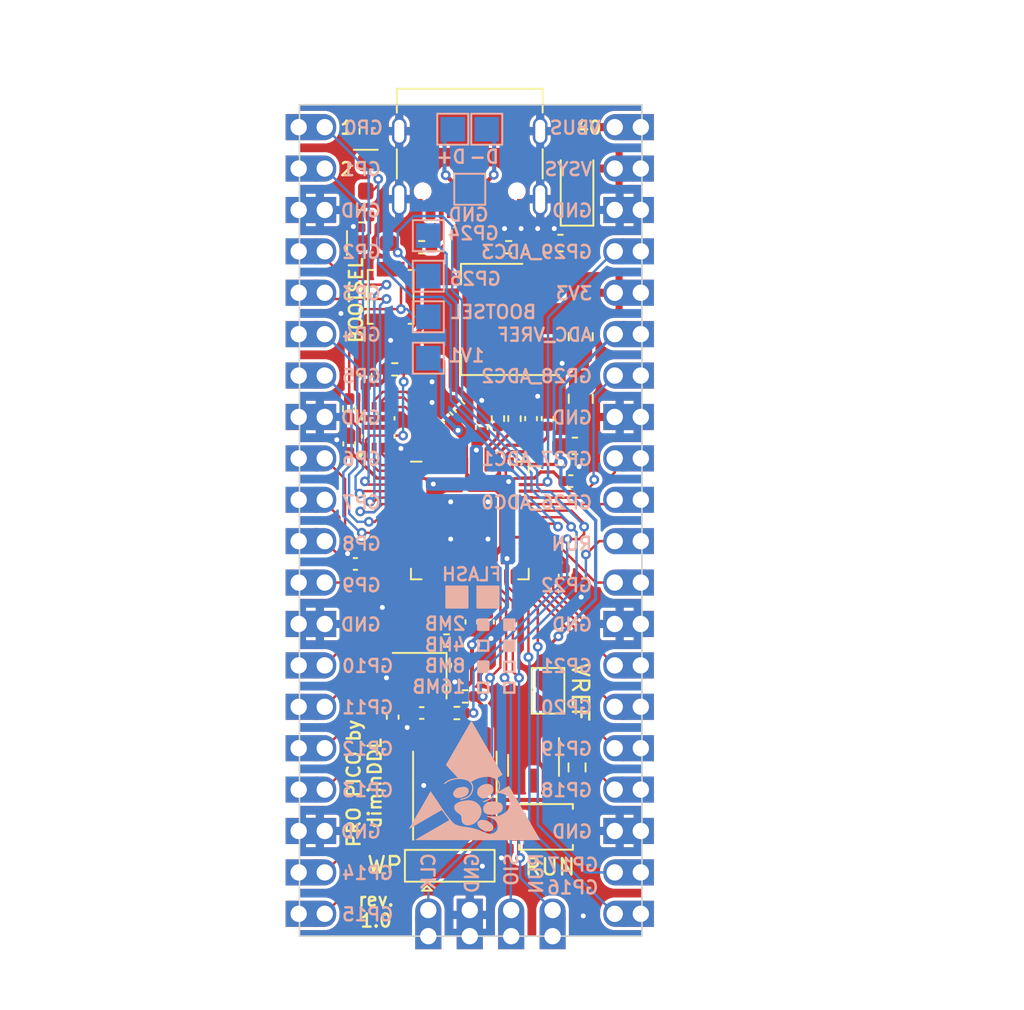
<source format=kicad_pcb>
(kicad_pcb (version 20240108) (generator "pcbnew") (generator_version "8.0")
  (layers (0 "F.Cu" signal) (31 "B.Cu" signal) (34 "B.Paste" user) (35 "F.Paste" user) (36 "B.SilkS" user "B.Silkscreen") (37 "F.SilkS" user "F.Silkscreen") (38 "B.Mask" user) (39 "F.Mask" user) (44 "Edge.Cuts" user))
  (net 0 "")
  (net 1 "Net-(C3-Pad1)")
  (net 2 "GND")
  (net 3 "+3V3")
  (net 4 "/XIN")
  (net 5 "+5V")
  (net 6 "+1V1")
  (net 7 "VBUS")
  (net 8 "Net-(D2-K)")
  (net 9 "/GPIO23")
  (net 10 "Net-(D3-K)")
  (net 11 "/EEPROM_SCL")
  (net 12 "Net-(J1-CC1)")
  (net 13 "/D+")
  (net 14 "/D-")
  (net 16 "Net-(J1-CC2)")
  (net 18 "/SWCLK")
  (net 19 "/SWD")
  (net 20 "/RUN")
  (net 21 "/GPIO0")
  (net 22 "/GPIO1")
  (net 23 "/GPIO2")
  (net 24 "/GPIO3")
  (net 25 "/GPIO4")
  (net 26 "/GPIO5")
  (net 27 "/GPIO6")
  (net 28 "/GPIO7")
  (net 29 "/GPIO8")
  (net 30 "/GPIO9")
  (net 31 "/GPIO10")
  (net 32 "/GPIO11")
  (net 33 "/GPIO12")
  (net 34 "/GPIO13")
  (net 35 "/GPIO14")
  (net 36 "/GPIO15")
  (net 37 "/GPIO29_ADC3")
  (net 38 "/GPIO28_ADC2")
  (net 39 "/GPIO27_ADC1")
  (net 40 "/GPIO26_ADC0")
  (net 41 "/GPIO22")
  (net 42 "/GPIO21")
  (net 43 "/GPIO20")
  (net 44 "/GPIO19")
  (net 45 "/GPIO18")
  (net 46 "/GPIO17")
  (net 47 "/GPIO16")
  (net 48 "/EEPROM_WP")
  (net 49 "/3V0_VREF")
  (net 50 "/QSPI_SS")
  (net 51 "Net-(R1-Pad2)")
  (net 52 "/XOUT")
  (net 53 "/DP")
  (net 54 "/EEPROM_SDA")
  (net 58 "/QSPI_SD1")
  (net 59 "/QSPI_SD2")
  (net 60 "/QSPI_SD0")
  (net 61 "/QSPI_SCLK")
  (net 62 "/QSPI_SD3")
  (net 63 "Net-(C6-Pad1)")
  (net 64 "/DN")
  (net 65 "/ADC_VREF")
  (footprint "W25Q16JVUXIQ_TR:IC_W25Q16JVUXIQ_TR" (layer "F.Cu") (at 97.2566 59.1058 90)
    (property "Reference" "U2" (hide yes))
    (property "Value" "W25Q16JVUXIQ")
  )
  (footprint "Resistor_SMD:R_0402_1005Metric" (layer "F.Cu") (at 96.2406 46.1518 180)
    (property "Reference" "R13" (hide yes))
    (property "Value" "1k")
  )
  (footprint "Button_Switch_SMD:SW_SPST_B3U-1000P" (layer "F.Cu") (at 98.0186 51.1048 90)
    (property "Reference" "SW1" (hide yes))
    (property "Value" "BOOTSEL")
  )
  (footprint "Capacitor_SMD:C_0402_1005Metric" (layer "F.Cu") (at 107.6452 58.5724 90)
    (property "Reference" "C12" (hide yes))
    (property "Value" "1u")
  )
  (footprint "Capacitor_SMD:C_0603_1608Metric_Pad1.08x0.95mm_HandSolder" (layer "F.Cu") (at 108.4326 47.8028 180)
    (property "Reference" "C4" (hide yes))
    (property "Value" "2.2u")
  )
  (footprint "Capacitor_SMD:C_0402_1005Metric" (layer "F.Cu") (at 98.1456 76.8858 -90)
    (property "Reference" "C2" (hide yes))
    (property "Value" "18p")
  )
  (footprint "RP2040:RP2040-QFN-56" (layer "F.Cu") (at 102.8748 64.8208)
    (property "Reference" "U5" (hide yes))
    (property "Value" "RP2040")
  )
  (footprint "Capacitor_SMD:C_0402_1005Metric" (layer "F.Cu") (at 103.6066 59.1058 90)
    (property "Reference" "C13" (hide yes))
    (property "Value" "100n")
  )
  (footprint "Resistor_SMD:R_0402_1005Metric" (layer "F.Cu") (at 101.4476 72.1868 180)
    (property "Reference" "R5" (hide yes))
    (property "Value" "1k")
  )
  (footprint "Resistor_SMD:R_0402_1005Metric_Pad0.72x0.64mm_HandSolder" (layer "F.Cu") (at 99.9236 48.0568 180)
    (property "Reference" "R3" (hide yes))
    (property "Value" "5.1k")
  )
  (footprint "Capacitor_SMD:C_0402_1005Metric" (layer "F.Cu") (at 109.0676 62.4078)
    (property "Reference" "C14" (hide yes))
    (property "Value" "100n")
  )
  (footprint "Jumper:SolderJumper-3_P2.0mm_Open_TrianglePad1.0x1.5mm" (layer "F.Cu") (at 101.6446 86.0298)
    (property "Reference" "JP1" (hide yes))
    (property "Value" "EEPROM_WP")
  )
  (footprint "Capacitor_SMD:C_0402_1005Metric_Pad0.74x0.62mm_HandSolder" (layer "F.Cu") (at 99.9236 76.6318 180)
    (property "Reference" "C1" (hide yes))
    (property "Value" "100n")
  )
  (footprint "connector:Pico_20pin" (layer "F.Cu") (at 111.76 88.9508 180)
    (property "Reference" "J4" (hide yes))
    (property "Value" "RIGHT")
  )
  (footprint "Capacitor_SMD:C_0402_1005Metric" (layer "F.Cu") (at 102.0826 73.7108 -90)
    (property "Reference" "C3" (hide yes))
    (property "Value" "18p")
  )
  (footprint "connector:Pico_4pin" (layer "F.Cu") (at 104.14 88.7222 90)
    (property "Reference" "J2" (hide yes))
    (property "Value" "SWD")
  )
  (footprint "Package_TO_SOT_SMD:SOT-223-3_TabPin2" (layer "F.Cu") (at 104.2416 52.4878 180)
    (property "Reference" "U3" (hide yes))
    (property "Value" "AMS1117-3.3")
  )
  (footprint "Resistor_SMD:R_0402_1005Metric" (layer "F.Cu") (at 96.4946 40.9448 90)
    (property "Reference" "R12" (hide yes))
    (property "Value" "1k")
  )
  (footprint "Package_SO:SOIC-8_3.9x4.9mm_P1.27mm" (layer "F.Cu") (at 101.9556 80.9498 90)
    (property "Reference" "U1" (hide yes))
    (property "Value" "FM24CL16B")
  )
  (footprint "Capacitor_SMD:C_0402_1005Metric" (layer "F.Cu") (at 102.9716 71.0438 -90)
    (property "Reference" "C18" (hide yes))
    (property "Value" "100n")
  )
  (footprint "Capacitor_SMD:C_0603_1608Metric_Pad1.08x0.95mm_HandSolder" (layer "F.Cu") (at 109.3216 60.2488)
    (property "Reference" "C7" (hide yes))
    (property "Value" "10n C0G")
  )
  (footprint "Capacitor_SMD:C_0402_1005Metric" (layer "F.Cu") (at 95.8596 67.4878 180)
    (property "Reference" "C17" (hide yes))
    (property "Value" "100n")
  )
  (footprint "Resistor_SMD:R_0402_1005Metric" (layer "F.Cu") (at 105.6132 58.5724 -90)
    (property "Reference" "R9" (hide yes))
    (property "Value" "27")
  )
  (footprint "Capacitor_SMD:C_0402_1005Metric" (layer "F.Cu") (at 108.6866 68.2498 -90)
    (property "Reference" "C11" (hide yes))
    (property "Value" "100n")
  )
  (footprint "Diode_SMD:D_SOD-123" (layer "F.Cu") (at 109.4486 44.3738 90)
    (property "Reference" "D1" (hide yes))
    (property "Value" "B5819W")
  )
  (footprint "Crystal:Crystal_SMD_2520-4Pin_2.5x2.0mm" (layer "F.Cu") (at 99.7966 74.3458 180)
    (property "Reference" "Y1" (hide yes))
    (property "Value" "ECS-120-12-36-AGN-TR3")
  )
  (footprint "Resistor_SMD:R_0805_2012Metric_Pad1.20x1.40mm_HandSolder" (layer "F.Cu") (at 109.6772 53.5432 90)
    (property "Reference" "R6" (hide yes))
    (property "Value" "470mOhm")
  )
  (footprint "LED_SMD:LED_0603_1608Metric_Pad1.05x0.95mm_HandSolder" (layer "F.Cu") (at 97.0026 47.8028)
    (property "Reference" "D3" (hide yes))
    (property "Value" "LED")
  )
  (footprint "connector:Pico_20pin" (layer "F.Cu") (at 93.98 40.6908)
    (property "Reference" "J3" (hide yes))
    (property "Value" "LEFT")
  )
  (footprint "Resistor_SMD:R_0402_1005Metric_Pad0.72x0.64mm_HandSolder" (layer "F.Cu") (at 95.4786 57.9628 90)
    (property "Reference" "R1" (hide yes))
    (property "Value" "1k")
  )
  (footprint "Connector_USB:USB_C_Receptacle_Palconn_UTC16-G" (layer "F.Cu") (at 102.87 43.1778 180)
    (property "Reference" "J1" (hide yes))
    (property "Value" "USB_C_Receptacle_USB2.0")
  )
  (footprint "Resistor_SMD:R_0402_1005Metric" (layer "F.Cu") (at 102.5906 75.6158)
    (property "Reference" "R10" (hide yes))
    (property "Value" "1k")
  )
  (footprint "Capacitor_SMD:C_0402_1005Metric" (layer "F.Cu") (at 95.4786 60.1218 90)
    (property "Reference" "C16" (hide yes))
    (property "Value" "100n")
  )
  (footprint "Resistor_SMD:R_0402_1005Metric" (layer "F.Cu") (at 102.0806 76.6338)
    (property "Reference" "R11" (hide yes))
    (property "Value" "1k")
  )
  (footprint "Resistor_SMD:R_0402_1005Metric_Pad0.72x0.64mm_HandSolder" (layer "F.Cu") (at 105.2576 48.0568)
    (property "Reference" "R4" (hide yes))
    (property "Value" "5.1k")
  )
  (footprint "Package_TO_SOT_SMD:SOT-23" (layer "F.Cu") (at 106.7816 79.8438 -90)
    (property "Reference" "U4" (hide yes))
    (property "Value" "LM4040DBZ-3")
  )
  (footprint "Resistor_SMD:R_0402_1005Metric_Pad0.72x0.64mm_HandSolder" (layer "F.Cu") (at 98.2726 55.5498)
    (property "Reference" "R2" (hide yes))
    (property "Value" "DNP")
  )
  (footprint "Button_Switch_SMD:SW_SPST_B3U-1000P" (layer "F.Cu") (at 107.5436 83.6168)
    (property "Reference" "SW2" (hide yes))
    (property "Value" "RES")
  )
  (footprint "Capacitor_SMD:C_0402_1005Metric" (layer "F.Cu") (at 103.9876 71.0438 -90)
    (property "Reference" "C9" (hide yes))
    (property "Value" "100n")
  )
  (footprint "Capacitor_SMD:C_0805_2012Metric_Pad1.18x1.45mm_HandSolder" (layer "F.Cu") (at 109.6772 57.3532 -90)
    (property "Reference" "C6" (hide yes))
    (property "Value" "10u")
  )
  (footprint "Resistor_SMD:R_0603_1608Metric_Pad0.98x0.95mm_HandSolder" (layer "F.Cu") (at 109.4486 79.9708 -90)
    (property "Reference" "R7" (hide yes))
    (property "Value" "150")
  )
  (footprint "Resistor_SMD:R_0402_1005Metric" (layer "F.Cu") (at 104.5972 58.5724 -90)
    (property "Reference" "R8" (hide yes))
    (property "Value" "27")
  )
  (footprint "Capacitor_SMD:C_0402_1005Metric" (layer "F.Cu") (at 102.2096 57.8358 135)
    (property "Reference" "C15" (hide yes))
    (property "Value" "100n")
  )
  (footprint "Capacitor_SMD:C_0402_1005Metric" (layer "F.Cu") (at 106.6292 58.5724 90)
    (property "Reference" "C10" (hide yes))
    (property "Value" "1u")
  )
  (footprint "Capacitor_SMD:C_0402_1005Metric" (layer "F.Cu") (at 101.489189 58.512389 135)
    (property "Reference" "C8" (hide yes))
    (property "Value" "100n")
  )
  (footprint "Jumper:SolderJumper-2_P1.3mm_Open_TrianglePad1.0x1.5mm" (layer "F.Cu") (at 107.6706 75.2718 -90)
    (property "Reference" "JP2" (hide yes))
    (property "Value" "VREF")
  )
  (footprint "LED_SMD:LED_0603_1608Metric_Pad1.05x0.95mm_HandSolder" (layer "F.Cu") (at 96.4946 43.7388 -90)
    (property "Reference" "D2" (hide yes))
    (property "Value" "LED")
  )
  (footprint "Capacitor_SMD:C_0402_1005Metric_Pad0.74x0.62mm_HandSolder" (layer "F.Cu") (at 96.4946 55.9308 90)
    (property "Reference" "C5" (hide yes))
    (property "Value" "100n")
  )
  (footprint "TestPoint:TestPoint_Pad_1.5x1.5mm" (layer "B.Cu") (at 100.33 47.3456 180)
    (property "Reference" "TP6" (hide yes))
    (property "Value" "GP24")
  )
  (footprint "TestPoint:TestPoint_Pad_1.5x1.5mm" (layer "B.Cu") (at 100.33 54.864 180)
    (property "Reference" "TP2" (hide yes))
    (property "Value" "VREG")
  )
  (footprint "TestPoint:TestPoint_Pad_1.5x1.5mm" (layer "B.Cu") (at 102.87 44.5008 180)
    (property "Reference" "TP4" (hide yes))
    (property "Value" "GND")
  )
  (footprint "TestPoint:TestPoint_Pad_1.5x1.5mm" (layer "B.Cu") (at 100.33 52.324 180)
    (property "Reference" "TP1" (hide yes))
    (property "Value" "BOOTSEL")
  )
  (footprint "LOGO" (layer "B.Cu") (at 102.9716 80.9498 180)
    (property "Reference" "G***" (hide yes))
    (property "Value" "LOGO" (hide yes))
  )
  (footprint "TestPoint:TestPoint_Pad_1.5x1.5mm" (layer "B.Cu") (at 100.33 49.8348 180)
    (property "Reference" "TP3" (hide yes))
    (property "Value" "GP25")
  )
  (footprint "TestPoint:TestPoint_Pad_1.5x1.5mm" (layer "B.Cu") (at 101.8286 40.8178 180)
    (property "Reference" "TP5" (hide yes))
    (property "Value" "D+")
  )
  (footprint "TestPoint:TestPoint_Pad_1.5x1.5mm" (layer "B.Cu") (at 103.9114 40.8178 180)
    (property "Reference" "TP7" (hide yes))
    (property "Value" "D-")
  )
  (gr_rect (start 101.4476 68.8848) (end 102.7176 70.1548) (stroke (width 0.15)) (fill none) (layer "B.SilkS"))
  (gr_rect (start 103.3526 68.8848) (end 104.6226 70.1548) (stroke (width 0.15)) (fill none) (layer "B.SilkS"))
  (gr_rect (start 92.4306 39.3208) (end 113.4306 90.3208) (stroke (width 0.1)) (fill none) (layer "Edge.Cuts"))
  (gr_text "RUN" (at 110.4646 66.7258 0) (layer "B.SilkS") (effects (font (size 0.8 0.8)) (justify left bottom mirror)))
  (gr_text "GP11" (at 98.2726 76.7588 0) (layer "B.SilkS") (effects (font (size 0.8 0.8)) (justify left bottom mirror)))
  (gr_text "GP16" (at 110.8456 87.8078 0) (layer "B.SilkS") (effects (font (size 0.8 0.8)) (justify left bottom mirror)))
  (gr_text "GP5" (at 97.5106 56.4388 0) (layer "B.SilkS") (effects (font (size 0.8 0.8)) (justify left bottom mirror)))
  (gr_text "D+" (at 102.7176 42.9768 0) (layer "B.SilkS") (effects (font (size 0.8 0.8)) (justify left bottom mirror)))
  (gr_text "GP28_ADC2" (at 110.4646 56.4388 0) (layer "B.SilkS") (effects (font (size 0.8 0.8)) (justify left bottom mirror)))
  (gr_text "GP15" (at 98.2726 89.4588 0) (layer "B.SilkS") (effects (font (size 0.8 0.8)) (justify left bottom mirror)))
  (gr_text "GP9" (at 97.5106 69.2658 0) (layer "B.SilkS") (effects (font (size 0.8 0.8)) (justify left bottom mirror)))
  (gr_text "GP25" (at 104.8766 50.4698 0) (layer "B.SilkS") (effects (font (size 0.8 0.8)) (justify left bottom mirror)))
  (gr_text "GND" (at 110.4646 46.2788 0) (layer "B.SilkS") (effects (font (size 0.8 0.8)) (justify left bottom mirror)))
  (gr_text "VBUS" (at 110.9726 41.1988 0) (layer "B.SilkS") (effects (font (size 0.8 0.8)) (justify left bottom mirror)))
  (gr_text "3V3" (at 110.4646 51.3588 0) (layer "B.SilkS") (effects (font (size 0.8 0.8)) (justify left bottom mirror)))
  (gr_text "CLK" (at 100.8126 85.1408 90) (layer "B.SilkS") (effects (font (size 0.8 0.8)) (justify left bottom mirror)))
  (gr_text "1V1" (at 103.8606 55.1688 0) (layer "B.SilkS") (effects (font (size 0.8 0.8)) (justify left bottom mirror)))
  (gr_text "GP8" (at 97.5106 66.7258 0) (layer "B.SilkS") (effects (font (size 0.8 0.8)) (justify left bottom mirror)))
  (gr_text "RUN" (at 107.4166 85.1408 90) (layer "B.SilkS") (effects (font (size 0.8 0.8)) (justify left bottom mirror)))
  (gr_text "GP14" (at 98.2726 86.9188 0) (layer "B.SilkS") (effects (font (size 0.8 0.8)) (justify left bottom mirror)))
  (gr_text "GP4" (at 97.5106 53.8988 0) (layer "B.SilkS") (effects (font (size 0.8 0.8)) (justify left bottom mirror)))
  (gr_text "GP20" (at 110.4646 76.7588 0) (layer "B.SilkS") (effects (font (size 0.8 0.8)) (justify left bottom mirror)))
  (gr_text "GND" (at 97.5106 58.9788 0) (layer "B.SilkS") (effects (font (size 0.8 0.8)) (justify left bottom mirror)))
  (gr_text "GP0" (at 97.6376 41.1988 0) (layer "B.SilkS") (effects (font (size 0.8 0.8)) (justify left bottom mirror)))
  (gr_text "GP22" (at 110.4646 69.2658 0) (layer "B.SilkS") (effects (font (size 0.8 0.8)) (justify left bottom mirror)))
  (gr_text "GP10" (at 98.2726 74.2188 0) (layer "B.SilkS") (effects (font (size 0.8 0.8)) (justify left bottom mirror)))
  (gr_text "GP13" (at 98.2726 81.8388 0) (layer "B.SilkS") (effects (font (size 0.8 0.8)) (justify left bottom mirror)))
  (gr_text "SIO" (at 105.8926 85.1408 90) (layer "B.SilkS") (effects (font (size 0.8 0.8)) (justify left bottom mirror)))
  (gr_text "GP18" (at 110.4646 81.8388 0) (layer "B.SilkS") (effects (font (size 0.8 0.8)) (justify left bottom mirror)))
  (gr_text "GP29_ADC3" (at 110.4646 48.8188 0) (layer "B.SilkS") (effects (font (size 0.8 0.8)) (justify left bottom mirror)))
  (gr_text "VSYS" (at 110.4646 43.7388 0) (layer "B.SilkS") (effects (font (size 0.8 0.8)) (justify left bottom mirror)))
  (gr_text "■ ■ 2MB\n■ □ 4MB\n□ ■ 8MB\n□ □ 16MB" (at 105.8926 75.4888 0) (layer "B.SilkS") (effects (font (size 0.8 0.8)) (justify left bottom mirror)))
  (gr_text "GND" (at 97.5106 71.6788 0) (layer "B.SilkS") (effects (font (size 0.8 0.8)) (justify left bottom mirror)))
  (gr_text "ADC_VREF" (at 110.4646 53.8988 0) (layer "B.SilkS") (effects (font (size 0.8 0.8)) (justify left bottom mirror)))
  (gr_text "GP19" (at 110.4646 79.2988 0) (layer "B.SilkS") (effects (font (size 0.8 0.8)) (justify left bottom mirror)))
  (gr_text "GP1" (at 97.5106 43.7388 0) (layer "B.SilkS") (effects (font (size 0.8 0.8)) (justify left bottom mirror)))
  (gr_text "GP7" (at 97.5106 64.1858 0) (layer "B.SilkS") (effects (font (size 0.8 0.8)) (justify left bottom mirror)))
  (gr_text "GP3" (at 97.5106 51.3588 0) (layer "B.SilkS") (effects (font (size 0.8 0.8)) (justify left bottom mirror)))
  (gr_text "GP26_ADC0" (at 110.4646 64.1858 0) (layer "B.SilkS") (effects (font (size 0.8 0.8)) (justify left bottom mirror)))
  (gr_text "GP6" (at 97.5106 61.5188 0) (layer "B.SilkS") (effects (font (size 0.8 0.8)) (justify left bottom mirror)))
  (gr_text "GND" (at 110.4646 84.3788 0) (layer "B.SilkS") (effects (font (size 0.8 0.8)) (justify left bottom mirror)))
  (gr_text "FLASH" (at 104.889624 68.592808 0) (layer "B.SilkS") (effects (font (size 0.8 0.8)) (justify left bottom mirror)))
  (gr_text "GND" (at 103.4796 85.1408 90) (layer "B.SilkS") (effects (font (size 0.8 0.8)) (justify left bottom mirror)))
  (gr_text "GP27_ADC1" (at 110.4646 61.5188 0) (layer "B.SilkS") (effects (font (size 0.8 0.8)) (justify left bottom mirror)))
  (gr_text "GND" (at 97.5106 46.2788 0) (layer "B.SilkS") (effects (font (size 0.8 0.8)) (justify left bottom mirror)))
  (gr_text "GP12" (at 98.2726 79.2988 0) (layer "B.SilkS") (effects (font (size 0.8 0.8)) (justify left bottom mirror)))
  (gr_text "GND" (at 104.1146 46.5328 0) (layer "B.SilkS") (effects (font (size 0.8 0.8)) (justify left bottom mirror)))
  (gr_text "GP2" (at 97.5106 48.8188 0) (layer "B.SilkS") (effects (font (size 0.8 0.8)) (justify left bottom mirror)))
  (gr_text "GP17" (at 110.8456 86.4108 0) (layer "B.SilkS") (effects (font (size 0.8 0.8)) (justify left bottom mirror)))
  (gr_text "GP24" (at 104.7496 47.6758 0) (layer "B.SilkS") (effects (font (size 0.8 0.8)) (justify left bottom mirror)))
  (gr_text "GND" (at 110.4646 71.6788 0) (layer "B.SilkS") (effects (font (size 0.8 0.8)) (justify left bottom mirror)))
  (gr_text "GND" (at 97.5106 84.3788 0) (layer "B.SilkS") (effects (font (size 0.8 0.8)) (justify left bottom mirror)))
  (gr_text "D-" (at 104.7496 42.9768 0) (layer "B.SilkS") (effects (font (size 0.8 0.8)) (justify left bottom mirror)))
  (gr_text "GND" (at 110.4646 58.9788 0) (layer "B.SilkS") (effects (font (size 0.8 0.8)) (justify left bottom mirror)))
  (gr_text "BOOTSEL" (at 107.0356 52.5018 0) (layer "B.SilkS") (effects (font (size 0.8 0.8)) (justify left bottom mirror)))
  (gr_text "GP21" (at 110.4646 74.2188 0) (layer "B.SilkS") (effects (font (size 0.8 0.8)) (justify left bottom mirror)))
  (gr_text "40" (at 109.3216 41.1988 0) (layer "F.SilkS") (effects (font (size 0.8 0.8) (thickness 0.15) (bold yes)) (justify left bottom)))
  (gr_text "1" (at 94.8436 41.1988 0) (layer "F.SilkS") (effects (font (size 0.8 0.8) (thickness 0.15) (bold yes)) (justify left bottom)))
  (gr_text "2" (at 94.8436 43.7388 0) (layer "F.SilkS") (effects (font (size 0.8 0.8) (thickness 0.15) (bold yes)) (justify left bottom)))
  (gr_text "1" (at 94.8436 41.1988 0) (layer "F.SilkS") (effects (font (size 0.8 0.8) (thickness 0.15) (bold yes)) (justify left bottom)))
  (gr_text "rev.\n1.0" (at 97.1296 89.8398 0) (layer "F.SilkS") (effects (font (size 0.8 0.8)) (justify bottom)))
  (gr_text "WP" (at 96.4946 86.5378 0) (layer "F.SilkS") (effects (font (size 1 1)) (justify left bottom)))
  (gr_text "PRO PICO by\ndiminDDL" (at 97.5106 80.9498 90) (layer "F.SilkS") (effects (font (size 0.8 0.8)) (justify bottom)))
  (gr_text "BOOTSEL" (at 96.3676 54.0258 90) (layer "F.SilkS") (effects (font (size 0.8 0.8)) (justify left bottom)))
  (gr_text "RUN" (at 106.1466 86.6648 0) (layer "F.SilkS") (effects (font (size 1 1)) (justify left bottom)))
  (gr_text "VREF" (at 109.0676 73.4568 -90) (layer "F.SilkS") (effects (font (size 1 1)) (justify left bottom)))
  (segment (start 100.9376 73.3798) (end 100.6716 73.6458) (width 0.2) (layer "F.Cu") (net 1))
  (segment (start 101.0866 73.2308) (end 100.6716 73.6458) (width 0.2) (layer "F.Cu") (net 1))
  (segment (start 102.0826 73.2308) (end 101.0866 73.2308) (width 0.2) (layer "F.Cu") (net 1))
  (segment (start 100.9376 72.1868) (end 100.9376 73.3798) (width 0.2) (layer "F.Cu") (net 1))
  (segment (start 95.3796 66.8528) (end 95.3796 67.4878) (width 0.15) (layer "F.Cu") (net 2))
  (segment (start 98.602538 60.3558) (end 98.649163 60.402425) (width 0.15) (layer "F.Cu") (net 2))
  (segment (start 98.0066 60.3558) (end 98.602538 60.3558) (width 0.15) (layer "F.Cu") (net 2))
  (via (at 98.0186 53.7718) (size 0.6) (drill 0.3) (layers "F.Cu" "B.Cu") (net 2))
  (via (at 94.7166 59.8678) (size 0.6) (drill 0.3) (layers "F.Cu" "B.Cu") (net 2))
  (via (at 100.0506 81.0768) (size 0.6) (drill 0.3) (layers "F.Cu" "B.Cu") (net 2))
  (via (at 103.9876 63.6778) (size 0.6) (drill 0.3) (layers "F.Cu" "B.Cu") (net 2))
  (via (at 95.3796 66.8528) (size 0.6) (drill 0.3) (layers "F.Cu" "B.Cu") (net 2))
  (via (at 95.7326 46.7868) (size 0.6) (drill 0.3) (layers "F.Cu" "B.Cu") (net 2))
  (via (at 94.9706 52.1208) (size 0.6) (drill 0.3) (layers "F.Cu" "B.Cu") (net 2))
  (via (at 103.9876 65.9638) (size 0.6) (drill 0.3) (layers "F.Cu" "B.Cu") (net 2))
  (via (at 107.0356 46.9138) (size 0.6) (drill 0.3) (layers "F.Cu" "B.Cu") (net 2))
  (via (at 99.0346 77.5208) (size 0.6) (drill 0.3) (layers "F.Cu" "B.Cu") (net 2))
  (via (at 107.0356 57.2008) (size 0.6) (drill 0.3) (layers "F.Cu" "B.Cu") (net 2))
  (via (at 101.7016 63.6778) (size 0.6) (drill 0.3) (layers "F.Cu" "B.Cu") (net 2))
  (via (at 108.534405 55.179182) (size 0.6) (drill 0.3) (layers "F.Cu" "B.Cu") (net 2))
  (via (at 103.6066 57.4548) (size 0.6) (drill 0.3) (layers "F.Cu" "B.Cu") (net 2))
  (via (at 97.7646 74.4728) (size 0.6) (drill 0.3) (layers "F.Cu" "B.Cu") (net 2))
  (via (at 101.7016 65.9638) (size 0.6) (drill 0.3) (layers "F.Cu" "B.Cu") (net 2))
  (via (at 105.0036 46.9138) (size 0.6) (drill 0.3) (layers "F.Cu" "B.Cu") (net 2))
  (via (at 100.5586 57.5818) (size 0.6) (drill 0.3) (layers "F.Cu" "B.Cu") (net 2))
  (via (at 106.0196 46.9138) (size 0.6) (drill 0.3) (layers "F.Cu" "B.Cu") (net 2))
  (via (at 98.649163 60.402425) (size 0.6) (drill 0.3) (layers "F.Cu" "B.Cu") (net 2))
  (via (at 109.8296 89.0778) (size 0.6) (drill 0.3) (layers "F.Cu" "B.Cu") (net 2))
  (via (at 101.9556 74.7268) (size 0.6) (drill 0.3) (layers "F.Cu" "B.Cu") (net 2))
  (via (at 104.1751 72.0598) (size 0.6) (drill 0.3) (layers "F.Cu" "B.Cu") (net 2))
  (via (at 100.5586 56.3118) (size 0.6) (drill 0.3) (layers "F.Cu" "B.Cu") (net 2))
  (via (at 104.8101 85.5218) (size 0.6) (drill 0.3) (layers "F.Cu" "B.Cu") (net 2))
  (via (at 109.5756 61.5188) (size 0.6) (drill 0.3) (layers "F.Cu" "B.Cu") (net 2))
  (via (at 109.7026 69.5198) (size 0.6) (drill 0.3) (layers "F.Cu" "B.Cu") (net 2))
  (via (at 108.0516 46.9138) (size 0.6) (drill 0.3) (layers "F.Cu" "B.Cu") (net 2))
  (via (at 97.5106 70.1548) (size 0.6) (drill 0.3) (layers "F.Cu" "B.Cu") (net 2))
  (via (at 103.6446 86.0298) (size 0.6) (drill 0.3) (layers "F.Cu" "B.Cu") (net 2))
  (segment (start 97.6751 56.1473) (end 97.3241 56.4983) (width 0.25) (layer "F.Cu") (net 3))
  (segment (start 108.3661 81.9658) (end 109.4486 80.8833) (width 0.25) (layer "F.Cu") (net 3))
  (segment (start 101.9556 80.1878) (end 103.7336 81.9658) (width 0.25) (layer "F.Cu") (net 3))
  (segment (start 108.6866 67.256595) (end 108.6866 67.7698) (width 0.2) (layer "F.Cu") (net 3))
  (segment (start 107.9981 61.8463) (end 107.2161 61.8463) (width 0.2) (layer "F.Cu") (net 3))
  (segment (start 106.7308 60.6044) (end 107.6452 59.69) (width 0.2) (layer "F.Cu") (net 3))
  (segment (start 101.5726 76.6318) (end 101.5726 77.0108) (width 0.25) (layer "F.Cu") (net 3))
  (segment (start 99.4373 62.2208) (end 97.17427 62.2208) (width 0.2) (layer "F.Cu") (net 3))
  (segment (start 98.406296 65.8208) (end 96.739296 67.4878) (width 0.2) (layer "F.Cu") (net 3))
  (segment (start 107.6452 59.69) (end 107.6452 59.0524) (width 0.2) (layer "F.Cu") (net 3))
  (segment (start 108.5596 62.4078) (end 107.9981 61.8463) (width 0.2) (layer "F.Cu") (net 3))
  (segment (start 103.005161 72.440022) (end 103.005161 74.691239) (width 0.25) (layer "F.Cu") (net 3))
  (segment (start 103.7336 81.9658) (end 108.3661 81.9658) (width 0.25) (layer "F.Cu") (net 3))
  (segment (start 103.005161 74.691239) (end 102.0806 75.6158) (width 0.25) (layer "F.Cu") (net 3))
  (segment (start 97.3241 56.4983) (end 96.4946 56.4983) (width 0.25) (layer "F.Cu") (net 3))
  (segment (start 101.5726 76.6318) (end 101.5726 76.1238) (width 0.25) (layer "F.Cu") (net 3))
  (segment (start 100.0506 78.4748) (end 100.0506 77.0723) (width 0.25) (layer "F.Cu") (net 3))
  (segment (start 101.5726 76.1238) (end 102.0806 75.6158) (width 0.25) (layer "F.Cu") (net 3))
  (segment (start 98.6536 79.1718) (end 98.6536 85.6488) (width 0.25) (layer "F.Cu") (net 3))
  (segment (start 99.0346 86.0298) (end 99.6446 86.0298) (width 0.25) (layer "F.Cu") (net 3))
  (segment (start 107.250805 65.8208) (end 108.6866 67.256595) (width 0.2) (layer "F.Cu") (net 3))
  (segment (start 98.6536 85.6488) (end 99.0346 86.0298) (width 0.25) (layer "F.Cu") (net 3))
  (segment (start 95.55527 60.6018) (end 95.4786 60.6018) (width 0.2) (layer "F.Cu") (net 3))
  (segment (start 105.321226 60.6044) (end 106.7308 60.6044) (width 0.2) (layer "F.Cu") (net 3))
  (segment (start 97.6751 55.2583) (end 100.4456 52.4878) (width 0.25) (layer "F.Cu") (net 3))
  (segment (start 96.4946 56.4983) (end 96.4946 57.8438) (width 0.25) (layer "F.Cu") (net 3))
  (segment (start 101.9556 77.3938) (end 101.9556 80.1878) (width 0.25) (layer "F.Cu") (net 3))
  (segment (start 105.0748 60.850826) (end 105.321226 60.6044) (width 0.2) (layer "F.Cu") (net 3))
  (segment (start 100.4911 76.6318) (end 101.5726 76.6318) (width 0.25) (layer "F.Cu") (net 3))
  (segment (start 100.4456 52.4878) (end 101.0916 52.4878) (width 0.25) (layer "F.Cu") (net 3))
  (segment (start 100.0506 77.0723) (end 100.4911 76.6318) (width 0.25) (layer "F.Cu") (net 3))
  (segment (start 99.4373 65.8208) (end 98.406296 65.8208) (width 0.2) (layer "F.Cu") (net 3))
  (segment (start 101.5726 77.0108) (end 101.9556 77.3938) (width 0.25) (layer "F.Cu") (net 3))
  (segment (start 97.6751 55.5498) (end 97.6751 56.1473) (width 0.25) (layer "F.Cu") (net 3))
  (segment (start 106.3123 65.8208) (end 107.250805 65.8208) (width 0.2) (layer "F.Cu") (net 3))
  (segment (start 96.4946 57.8438) (end 96.5066 57.8558) (width 0.25) (layer "F.Cu") (net 3))
  (segment (start 103.0748 70.4606) (end 102.9716 70.5638) (width 0.2) (layer "F.Cu") (net 3))
  (segment (start 105.0748 61.3833) (end 105.0748 60.850826) (width 0.2) (layer "F.Cu") (net 3))
  (segment (start 106.8416 62.2208) (end 106.3123 62.2208) (width 0.2) (layer "F.Cu") (net 3))
  (segment (start 100.0506 78.4748) (end 99.3506 78.4748) (width 0.25) (layer "F.Cu") (net 3))
  (segment (start 107.2161 61.8463) (end 106.8416 62.2208) (width 0.2) (layer "F.Cu") (net 3))
  (segment (start 103.0748 68.2583) (end 103.0748 70.4606) (width 0.2) (layer "F.Cu") (net 3))
  (segment (start 97.6751 55.5498) (end 97.6751 55.2583) (width 0.25) (layer "F.Cu") (net 3))
  (segment (start 108.5876 62.4078) (end 108.5596 62.4078) (width 0.2) (layer "F.Cu") (net 3))
  (segment (start 97.17427 62.2208) (end 95.55527 60.6018) (width 0.2) (layer "F.Cu") (net 3))
  (segment (start 99.3506 78.4748) (end 98.6536 79.1718) (width 0.25) (layer "F.Cu") (net 3))
  (segment (start 96.739296 67.4878) (end 96.3396 67.4878) (width 0.2) (layer "F.Cu") (net 3))
  (via (at 105.156 67.1576) (size 0.6) (drill 0.3) (layers "F.Cu" "B.Cu") (net 3))
  (via (at 105.2576 62.4332) (size 0.6) (drill 0.3) (layers "F.Cu" "B.Cu") (net 3))
  (via (at 103.2753 60.5028) (size 0.6) (drill 0.3) (layers "F.Cu" "B.Cu") (net 3))
  (via (at 100.6348 62.5856) (size 0.6) (drill 0.3) (layers "F.Cu" "B.Cu") (net 3))
  (via (at 103.005161 72.440022) (size 0.6) (drill 0.3) (layers "F.Cu" "B.Cu") (net 3))
  (segment (start 105.156 70.1294) (end 105.156 67.1576) (width 0.25) (layer "B.Cu") (net 3))
  (segment (start 103.005161 72.280239) (end 105.156 70.1294) (width 0.25) (layer "B.Cu") (net 3))
  (segment (start 103.005161 72.440022) (end 103.005161 72.280239) (width 0.25) (layer "B.Cu") (net 3))
  (segment (start 99.2236 75.0458) (end 99.7966 74.4728) (width 0.2) (layer "F.Cu") (net 4))
  (segment (start 98.9216 75.0938) (end 98.1456 75.8698) (width 0.2) (layer "F.Cu") (net 4))
  (segment (start 99.7966 72.1868) (end 102.2748 69.7086) (width 0.2) (layer "F.Cu") (net 4))
  (segment (start 99.7966 74.4728) (end 99.7966 72.1868) (width 0.2) (layer "F.Cu") (net 4))
  (segment (start 98.9216 75.0458) (end 98.9216 75.0938) (width 0.2) (layer "F.Cu") (net 4))
  (segment (start 98.1456 75.8698) (end 98.1456 76.4058) (width 0.2) (layer "F.Cu") (net 4))
  (segment (start 102.2748 69.7086) (end 102.2748 68.2583) (width 0.2) (layer "F.Cu") (net 4))
  (segment (start 98.9216 75.0458) (end 99.2236 75.0458) (width 0.2) (layer "F.Cu") (net 4))
  (segment (start 105.15554 60.2044) (end 106.1148 60.2044) (width 0.2) (layer "F.Cu") (net 6))
  (segment (start 104.6748 60.68514) (end 105.15554 60.2044) (width 0.2) (layer "F.Cu") (net 6))
  (segment (start 103.4748 70.051) (end 103.9876 70.5638) (width 0.2) (layer "F.Cu") (net 6))
  (segment (start 106.1148 60.2044) (end 106.6292 59.69) (width 0.2) (layer "F.Cu") (net 6))
  (segment (start 103.4748 68.2583) (end 103.4748 70.051) (width 0.2) (layer "F.Cu") (net 6))
  (segment (start 104.6748 61.3833) (end 104.6748 60.68514) (width 0.2) (layer "F.Cu") (net 6))
  (segment (start 106.6292 59.69) (end 106.6292 59.0524) (width 0.2) (layer "F.Cu") (net 6))
  (via (at 102.151794 59.290606) (size 0.6) (drill 0.3) (layers "F.Cu" "B.Cu") (net 6))
  (segment (start 101.1936 55.7276) (end 100.33 54.864) (width 0.25) (layer "B.Cu") (net 6))
  (segment (start 102.151794 59.290606) (end 101.1936 58.332412) (width 0.25) (layer "B.Cu") (net 6))
  (segment (start 101.1936 58.332412) (end 101.1936 55.7276) (width 0.25) (layer "B.Cu") (net 6))
  (segment (start 96.4946 41.4548) (end 96.4946 42.8638) (width 0.25) (layer "F.Cu") (net 8))
  (segment (start 97.2566 43.8658) (end 97.2566 44.2468) (width 0.15) (layer "F.Cu") (net 9))
  (segment (start 108.284018 65.195511) (end 108.109307 65.0208) (width 0.15) (layer "F.Cu") (net 9))
  (segment (start 97.2566 44.2468) (end 96.8896 44.6138) (width 0.15) (layer "F.Cu") (net 9))
  (segment (start 96.8896 44.6138) (end 96.4946 44.6138) (width 0.15) (layer "F.Cu") (net 9))
  (segment (start 108.109307 65.0208) (end 106.3123 65.0208) (width 0.15) (layer "F.Cu") (net 9))
  (via (at 108.284018 65.195511) (size 0.6) (drill 0.3) (layers "F.Cu" "B.Cu") (net 9))
  (via (at 97.2566 43.8658) (size 0.6) (drill 0.3) (layers "F.Cu" "B.Cu") (net 9))
  (segment (start 101.1936 51.1048) (end 101.7016 51.6128) (width 0.15) (layer "B.Cu") (net 9))
  (segment (start 106.2736 62.0268) (end 106.2736 63.1698) (width 0.15) (layer "B.Cu") (net 9))
  (segment (start 99.328273 51.1048) (end 101.1936 51.1048) (width 0.15) (layer "B.Cu") (net 9))
  (segment (start 101.7016 51.6128) (end 101.7016 57.4548) (width 0.15) (layer "B.Cu") (net 9))
  (segment (start 101.7016 57.4548) (end 106.2736 62.0268) (width 0.15) (layer "B.Cu") (net 9))
  (segment (start 106.2736 63.1698) (end 108.284018 65.180218) (width 0.15) (layer "B.Cu") (net 9))
  (segment (start 97.2566 43.8658) (end 97.2566 49.033127) (width 0.15) (layer "B.Cu") (net 9))
  (segment (start 108.284018 65.180218) (end 108.284018 65.195511) (width 0.15) (layer "B.Cu") (net 9))
  (segment (start 97.2566 49.033127) (end 99.328273 51.1048) (width 0.15) (layer "B.Cu") (net 9))
  (segment (start 96.7506 46.1518) (end 96.7506 47.1798) (width 0.15) (layer "F.Cu") (net 10))
  (segment (start 96.7506 47.1798) (end 96.1276 47.8028) (width 0.15) (layer "F.Cu") (net 10))
  (segment (start 109.882997 65.656403) (end 109.882997 65.201759) (width 0.15) (layer "F.Cu") (net 11))
  (segment (start 102.5906 76.6338) (end 102.5926 76.6318) (width 0.2) (layer "F.Cu") (net 11))
  (segment (start 103.0986 76.6318) (end 102.5926 76.6318) (width 0.2) (layer "F.Cu") (net 11))
  (segment (start 102.5906 78.4748) (end 102.5906 76.6338) (width 0.2) (layer "F.Cu") (net 11))
  (segment (start 108.844457 65.968158) (end 109.571242 65.968158) (width 0.15) (layer "F.Cu") (net 11))
  (segment (start 109.882997 65.201759) (end 109.882997 65.001197) (width 0.15) (layer "F.Cu") (net 11))
  (segment (start 109.882997 65.001197) (end 109.1026 64.2208) (width 0.15) (layer "F.Cu") (net 11))
  (segment (start 98.4561 48.3813) (end 97.8776 47.8028) (width 0.15) (layer "F.Cu") (net 11))
  (segment (start 109.1026 64.2208) (end 106.3123 64.2208) (width 0.15) (layer "F.Cu") (net 11))
  (segment (start 109.571242 65.968158) (end 109.882997 65.656403) (width 0.15) (layer "F.Cu") (net 11))
  (via (at 98.4561 48.3813) (size 0.6) (drill 0.3) (layers "F.Cu" "B.Cu") (net 11))
  (via (at 108.844457 65.968158) (size 0.6) (drill 0.3) (layers "F.Cu" "B.Cu") (net 11))
  (via (at 109.882997 65.201759) (size 0.6) (drill 0.3) (layers "F.Cu" "B.Cu") (net 11))
  (via (at 103.0986 76.6318) (size 0.6) (drill 0.3) (layers "F.Cu" "B.Cu") (net 11))
  (segment (start 108.844457 68.345943) (end 108.844457 65.968158) (width 0.15) (layer "B.Cu") (net 11))
  (segment (start 99.4156 46.1518) (end 101.1936 46.1518) (width 0.15) (layer "B.Cu") (net 11))
  (segment (start 103.0986 76.6318) (end 103.0921 76.6253) (width 0.15) (layer "B.Cu") (net 11))
  (segment (start 98.4561 47.1113) (end 99.4156 46.1518) (width 0.15) (layer "B.Cu") (net 11))
  (segment (start 98.4701 48.3813) (end 99.9236 49.8348) (width 0.15) (layer "B.Cu") (net 11))
  (segment (start 107.0046 61.754826) (end 107.0046 62.770826) (width 0.15) (layer "B.Cu") (net 11))
  (segment (start 101.7976 50.718852) (end 102.4016 51.322852) (width 0.15) (layer "B.Cu") (net 11))
  (segment (start 103.0921 76.6253) (end 103.0921 75.377627) (width 0.15) (layer "B.Cu") (net 11))
  (segment (start 103.0921 75.377627) (end 103.0986 75.371127) (width 0.15) (layer "B.Cu") (net 11))
  (segment (start 98.4561 48.3813) (end 98.4701 48.3813) (width 0.15) (layer "B.Cu") (net 11))
  (segment (start 109.882997 65.128197) (end 109.882997 65.201759) (width 0.15) (layer "B.Cu") (net 11))
  (segment (start 103.0986 75.371127) (end 103.0986 74.0918) (width 0.15) (layer "B.Cu") (net 11))
  (segment (start 98.4561 48.3813) (end 98.4561 47.1113) (width 0.15) (layer "B.Cu") (net 11))
  (segment (start 103.0986 74.0918) (end 108.844457 68.345943) (width 0.15) (layer "B.Cu") (net 11))
  (segment (start 101.7976 46.7558) (end 101.7976 50.718852) (width 0.15) (layer "B.Cu") (net 11))
  (segment (start 102.4016 57.151826) (end 107.0046 61.754826) (width 0.15) (layer "B.Cu") (net 11))
  (segment (start 99.9236 49.8348) (end 100.33 49.8348) (width 0.15) (layer "B.Cu") (net 11))
  (segment (start 107.0046 62.770826) (end 107.307574 63.0738) (width 0.15) (layer "B.Cu") (net 11))
  (segment (start 107.307574 63.0738) (end 107.8286 63.0738) (width 0.15) (layer "B.Cu") (net 11))
  (segment (start 101.1936 46.1518) (end 101.7976 46.7558) (width 0.15) (layer "B.Cu") (net 11))
  (segment (start 107.8286 63.0738) (end 109.882997 65.128197) (width 0.15) (layer "B.Cu") (net 11))
  (segment (start 102.4016 51.322852) (end 102.4016 57.151826) (width 0.15) (layer "B.Cu") (net 11))
  (segment (start 104.12 47.5542) (end 104.6226 48.0568) (width 0.2) (layer "F.Cu") (net 12))
  (segment (start 104.6226 48.0568) (end 104.6601 48.0568) (width 0.2) (layer "F.Cu") (net 12))
  (segment (start 104.12 45.6878) (end 104.12 47.5542) (width 0.2) (layer "F.Cu") (net 12))
  (segment (start 104.6802 51.602482) (end 102.148858 49.07114) (width 0.7) (layer "F.Cu") (net 13))
  (segment (start 102.2876 44.7548) (end 102.9716 44.7548) (width 0.25) (layer "F.Cu") (net 13))
  (segment (start 102.12 47.106516) (end 102.148859 47.135375) (width 0.25) (layer "F.Cu") (net 13))
  (segment (start 102.12 45.6878) (end 102.12 47.106516) (width 0.25) (layer "F.Cu") (net 13))
  (segment (start 102.12 44.3604) (end 102.12 45.6878) (width 0.25) (layer "F.Cu") (net 13))
  (segment (start 101.3968 43.6372) (end 102.12 44.3604) (width 0.25) (layer "F.Cu") (net 13))
  (segment (start 102.12 44.9224) (end 102.2876 44.7548) (width 0.25) (layer "F.Cu") (net 13))
  (segment (start 104.5972 57.582399) (end 104.6802 57.499399) (width 0.7) (layer "F.Cu") (net 13))
  (segment (start 102.9716 44.7548) (end 103.12 44.9032) (width 0.25) (layer "F.Cu") (net 13))
  (segment (start 103.12 44.9032) (end 103.12 45.6878) (width 0.25) (layer "F.Cu") (net 13))
  (segment (start 104.6802 57.499399) (end 104.6802 51.602482) (width 0.7) (layer "F.Cu") (net 13))
  (segment (start 104.5972 58.0624) (end 104.5972 57.582399) (width 0.7) (layer "F.Cu") (net 13))
  (segment (start 102.12 45.6878) (end 102.12 44.9224) (width 0.25) (layer "F.Cu") (net 13))
  (segment (start 102.148858 49.07114) (end 102.148859 47.135375) (width 0.7) (layer "F.Cu") (net 13))
  (via (at 101.3968 43.6372) (size 0.6) (drill 0.3) (layers "F.Cu" "B.Cu") (net 13))
  (segment (start 101.3206 43.561) (end 101.3206 41.3258) (width 0.25) (layer "B.Cu") (net 13))
  (segment (start 101.3968 43.6372) (end 101.3206 43.561) (width 0.25) (layer "B.Cu") (net 13))
  (segment (start 101.3206 41.3258) (end 101.8286 40.8178) (width 0.25) (layer "B.Cu") (net 13))
  (segment (start 103.62 45.6878) (end 103.62 44.335) (width 0.25) (layer "F.Cu") (net 14))
  (segment (start 102.62 46.6328) (end 102.62 45.6878) (width 0.25) (layer "F.Cu") (net 14))
  (segment (start 103.0986 47.035634) (end 103.0986 46.7868) (width 0.25) (layer "F.Cu") (net 14))
  (segment (start 103.62 46.6464) (end 103.4796 46.7868) (width 0.25) (layer "F.Cu") (net 14))
  (segment (start 103.62 44.335) (end 104.3432 43.6118) (width 0.25) (layer "F.Cu") (net 14))
  (segment (start 105.5302 57.499399) (end 105.5302 51.2504) (width 0.7) (layer "F.Cu") (net 14))
  (segment (start 102.998859 47.135375) (end 103.0986 47.035634) (width 0.25) (layer "F.Cu") (net 14))
  (segment (start 103.4796 46.7868) (end 102.774 46.7868) (width 0.25) (layer "F.Cu") (net 14))
  (segment (start 102.998859 48.719059) (end 102.998859 47.135375) (width 0.7) (layer "F.Cu") (net 14))
  (segment (start 102.774 46.7868) (end 102.62 46.6328) (width 0.25) (layer "F.Cu") (net 14))
  (segment (start 105.5302 51.2504) (end 102.998859 48.719059) (width 0.7) (layer "F.Cu") (net 14))
  (segment (start 105.6132 57.582399) (end 105.5302 57.499399) (width 0.7) (layer "F.Cu") (net 14))
  (segment (start 103.0986 46.7868) (end 102.774 46.7868) (width 0.25) (layer "F.Cu") (net 14))
  (segment (start 103.62 45.6878) (end 103.62 46.6464) (width 0.25) (layer "F.Cu") (net 14))
  (segment (start 105.6132 58.0624) (end 105.6132 57.582399) (width 0.7) (layer "F.Cu") (net 14))
  (via (at 104.3432 43.6118) (size 0.6) (drill 0.3) (layers "F.Cu" "B.Cu") (net 14))
  (segment (start 104.3432 43.6118) (end 104.3686 43.5864) (width 0.25) (layer "B.Cu") (net 14))
  (segment (start 104.3686 43.5864) (end 104.3686 41.275) (width 0.25) (layer "B.Cu") (net 14))
  (segment (start 104.3686 41.275) (end 103.9114 40.8178) (width 0.25) (layer "B.Cu") (net 14))
  (segment (start 100.60335 48.0568) (end 100.5211 48.0568) (width 0.2) (layer "F.Cu") (net 16))
  (segment (start 101.12 45.6878) (end 101.12 47.54015) (width 0.2) (layer "F.Cu") (net 16))
  (segment (start 101.12 47.54015) (end 100.60335 48.0568) (width 0.2) (layer "F.Cu") (net 16))
  (segment (start 104.7496 73.8378) (end 104.7496 70.0278) (width 0.15) (layer "F.Cu") (net 18))
  (segment (start 103.8748 69.153) (end 103.8748 68.2583) (width 0.15) (layer "F.Cu") (net 18))
  (segment (start 104.7496 70.0278) (end 103.8748 69.153) (width 0.15) (layer "F.Cu") (net 18))
  (segment (start 104.1146 74.4728) (end 104.7496 73.8378) (width 0.15) (layer "F.Cu") (net 18))
  (via (at 104.1146 74.4728) (size 0.6) (drill 0.3) (layers "F.Cu" "B.Cu") (net 18))
  (segment (start 104.2416 74.5998) (end 104.2416 83.4898) (width 0.15) (layer "B.Cu") (net 18))
  (segment (start 100.33 87.4014) (end 100.33 88.7222) (width 0.15) (layer "B.Cu") (net 18))
  (segment (start 104.1146 74.4728) (end 104.2416 74.5998) (width 0.15) (layer "B.Cu") (net 18))
  (segment (start 104.2416 83.4898) (end 100.33 87.4014) (width 0.15) (layer "B.Cu") (net 18))
  (segment (start 105.0036 74.4728) (end 105.0996 74.3768) (width 0.15) (layer "F.Cu") (net 19))
  (segment (start 105.0996 74.3768) (end 105.0996 69.882825) (width 0.15) (layer "F.Cu") (net 19))
  (segment (start 104.2748 69.058026) (end 104.2748 68.2583) (width 0.15) (layer "F.Cu") (net 19))
  (segment (start 105.0996 69.882825) (end 104.2748 69.058026) (width 0.15) (layer "F.Cu") (net 19))
  (via (at 105.0036 74.4728) (size 0.6) (drill 0.3) (layers "F.Cu" "B.Cu") (net 19))
  (segment (start 105.3846 74.8538) (end 105.3846 88.6968) (width 0.15) (layer "B.Cu") (net 19))
  (segment (start 105.0036 74.4728) (end 105.3846 74.8538) (width 0.15) (layer "B.Cu") (net 19))
  (segment (start 105.3846 88.6968) (end 105.41 88.7222) (width 0.15) (layer "B.Cu") (net 19))
  (segment (start 104.6748 68.963051) (end 104.6748 68.2583) (width 0.15) (layer "F.Cu") (net 20))
  (segment (start 111.76 66.0908) (end 110.805214 66.0908) (width 0.15) (layer "F.Cu") (net 20))
  (segment (start 105.8436 85.4063) (end 105.8436 83.6168) (width 0.15) (layer "F.Cu") (net 20))
  (segment (start 105.5116 74.0918) (end 105.5116 69.799851) (width 0.15) (layer "F.Cu") (net 20))
  (segment (start 105.9591 85.5218) (end 105.8436 85.4063) (width 0.15) (layer "F.Cu") (net 20))
  (segment (start 105.8926 74.4728) (end 105.5116 74.0918) (width 0.15) (layer "F.Cu") (net 20))
  (segment (start 105.5116 69.799851) (end 104.6748 68.963051) (width 0.15) (layer "F.Cu") (net 20))
  (segment (start 110.805214 66.0908) (end 109.9921 66.903914) (width 0.15) (layer "F.Cu") (net 20))
  (via (at 105.8926 74.4728) (size 0.6) (drill 0.3) (layers "F.Cu" "B.Cu") (net 20))
  (via (at 109.9921 66.903914) (size 0.6) (drill 0.3) (layers "F.Cu" "B.Cu") (net 20))
  (via (at 105.9591 85.5218) (size 0.6) (drill 0.3) (layers "F.Cu" "B.Cu") (net 20))
  (segment (start 105.9591 86.7313) (end 107.95 88.7222) (width 0.15) (layer "B.Cu") (net 20))
  (segment (start 105.9591 85.5218) (end 105.8926 85.4553) (width 0.15) (layer "B.Cu") (net 20))
  (segment (start 105.9591 85.5218) (end 105.9591 86.7313) (width 0.15) (layer "B.Cu") (net 20))
  (segment (start 105.8926 85.4553) (end 105.8926 74.4728) (width 0.15) (layer "B.Cu") (net 20))
  (segment (start 105.8926 74.4728) (end 105.9591 74.5393) (width 0.15) (layer "B.Cu") (net 20))
  (segment (start 109.9921 68.3413) (end 105.8926 72.4408) (width 0.15) (layer "B.Cu") (net 20))
  (segment (start 109.9921 66.903914) (end 109.9921 68.3413) (width 0.15) (layer "B.Cu") (net 20))
  (segment (start 105.8926 72.4408) (end 105.8926 74.4728) (width 0.15) (layer "B.Cu") (net 20))
  (segment (start 96.444549 62.422548) (end 96.642801 62.6208) (width 0.15) (layer "F.Cu") (net 21))
  (segment (start 96.642801 62.6208) (end 99.4373 62.6208) (width 0.15) (layer "F.Cu") (net 21))
  (via (at 96.444549 62.422548) (size 0.6) (drill 0.3) (layers "F.Cu" "B.Cu") (net 21))
  (segment (start 96.444549 62.422548) (end 96.670049 62.197048) (width 0.15) (layer "B.Cu") (net 21))
  (segment (start 96.670049 62.197048) (end 96.670049 43.380849) (width 0.15) (layer "B.Cu") (net 21))
  (segment (start 96.670049 43.380849) (end 93.98 40.6908) (width 0.15) (layer "B.Cu") (net 21))
  (segment (start 96.2626 63.0208) (end 99.4373 63.0208) (width 0.15) (layer "F.Cu") (net 22))
  (segment (start 96.1136 63.1698) (end 96.2626 63.0208) (width 0.15) (layer "F.Cu") (net 22))
  (via (at 96.1136 63.1698) (size 0.6) (drill 0.3) (layers "F.Cu" "B.Cu") (net 22))
  (segment (start 95.870049 62.926249) (end 95.870049 62.101228) (width 0.15) (layer "B.Cu") (net 22))
  (segment (start 96.320049 61.651228) (end 96.320049 45.570849) (width 0.15) (layer "B.Cu") (net 22))
  (segment (start 95.870049 62.101228) (end 96.320049 61.651228) (width 0.15) (layer "B.Cu") (net 22))
  (segment (start 96.320049 45.570849) (end 93.98 43.2308) (width 0.15) (layer "B.Cu") (net 22))
  (segment (start 96.1136 63.1698) (end 95.870049 62.926249) (width 0.15) (layer "B.Cu") (net 22))
  (segment (start 95.6171 50.3543) (end 93.98 48.7172) (width 0.15) (layer "F.Cu") (net 23))
  (segment (start 93.98 48.7172) (end 93.98 48.3108) (width 0.15) (layer "F.Cu") (net 23))
  (segment (start 97.246574 63.4208) (end 99.4373 63.4208) (width 0.15) (layer "F.Cu") (net 23))
  (segment (start 96.7486 63.6778) (end 96.989574 63.6778) (width 0.15) (layer "F.Cu") (net 23))
  (segment (start 96.989574 63.6778) (end 97.246574 63.4208) (width 0.15) (layer "F.Cu") (net 23))
  (segment (start 97.7646 50.3543) (end 95.6171 50.3543) (width 0.15) (layer "F.Cu") (net 23))
  (via (at 97.7646 50.3543) (size 0.6) (drill 0.3) (layers "F.Cu" "B.Cu") (net 23))
  (via (at 96.7486 63.6778) (size 0.6) (drill 0.3) (layers "F.Cu" "B.Cu") (net 23))
  (segment (start 97.652912 50.3543) (end 97.7646 50.3543) (width 0.15) (layer "B.Cu") (net 23))
  (segment (start 97.020049 50.987163) (end 97.652912 50.3543) (width 0.15) (layer "B.Cu") (net 23))
  (segment (start 97.020049 63.406351) (end 97.020049 50.987163) (width 0.15) (layer "B.Cu") (net 23))
  (segment (start 96.7486 63.6778) (end 97.020049 63.406351) (width 0.15) (layer "B.Cu") (net 23))
  (segment (start 96.157364 64.269036) (end 96.277017 64.269036) (width 0.15) (layer "F.Cu") (net 24))
  (segment (start 97.4946 63.8208) (end 99.4373 63.8208) (width 0.15) (layer "F.Cu") (net 24))
  (segment (start 96.277017 64.269036) (end 96.320781 64.3128) (width 0.15) (layer "F.Cu") (net 24))
  (segment (start 97.7646 51.2318) (end 94.361 51.2318) (width 0.15) (layer "F.Cu") (net 24))
  (segment (start 96.320781 64.3128) (end 97.0026 64.3128) (width 0.15) (layer "F.Cu") (net 24))
  (segment (start 94.361 51.2318) (end 93.98 50.8508) (width 0.15) (layer "F.Cu") (net 24))
  (segment (start 97.0026 64.3128) (end 97.4946 63.8208) (width 0.15) (layer "F.Cu") (net 24))
  (via (at 96.157364 64.269036) (size 0.6) (drill 0.3) (layers "F.Cu" "B.Cu") (net 24))
  (via (at 97.7646 51.2318) (size 0.6) (drill 0.3) (layers "F.Cu" "B.Cu") (net 24))
  (segment (start 96.157364 64.269036) (end 96.277017 64.269036) (width 0.15) (layer "B.Cu") (net 24))
  (segment (start 96.320781 64.3128) (end 97.0026 64.3128) (width 0.15) (layer "B.Cu") (net 24))
  (segment (start 96.277017 64.269036) (end 96.320781 64.3128) (width 0.15) (layer "B.Cu") (net 24))
  (segment (start 97.370049 51.626351) (end 97.7646 51.2318) (width 0.15) (layer "B.Cu") (net 24))
  (segment (start 97.370049 63.945351) (end 97.370049 51.626351) (width 0.15) (layer "B.Cu") (net 24))
  (segment (start 97.0026 64.3128) (end 97.370049 63.945351) (width 0.15) (layer "B.Cu") (net 24))
  (segment (start 97.048372 64.902028) (end 97.7296 64.2208) (width 0.15) (layer "F.Cu") (net 25))
  (segment (start 96.684017 64.902028) (end 97.048372 64.902028) (width 0.15) (layer "F.Cu") (net 25))
  (segment (start 97.7296 64.2208) (end 99.4373 64.2208) (width 0.15) (layer "F.Cu") (net 25))
  (via (at 96.684017 64.902028) (size 0.6) (drill 0.3) (layers "F.Cu" "B.Cu") (net 25))
  (segment (start 96.684017 64.902028) (end 95.977888 64.902028) (width 0.15) (layer "B.Cu") (net 25))
  (segment (start 95.471472 62.004831) (end 95.970049 61.506254) (width 0.15) (layer "B.Cu") (net 25))
  (segment (start 95.977888 64.902028) (end 95.471472 64.395612) (width 0.15) (layer "B.Cu") (net 25))
  (segment (start 95.970049 55.380849) (end 93.98 53.3908) (width 0.15) (layer "B.Cu") (net 25))
  (segment (start 95.471472 64.395612) (end 95.471472 62.004831) (width 0.15) (layer "B.Cu") (net 25))
  (segment (start 95.970049 61.506254) (end 95.970049 55.380849) (width 0.15) (layer "B.Cu") (net 25))
  (segment (start 97.133376 65.573442) (end 98.086018 64.6208) (width 0.15) (layer "F.Cu") (net 26))
  (segment (start 96.249958 65.573442) (end 97.133376 65.573442) (width 0.15) (layer "F.Cu") (net 26))
  (segment (start 98.086018 64.6208) (end 99.4373 64.6208) (width 0.15) (layer "F.Cu") (net 26))
  (via (at 96.249958 65.573442) (size 0.6) (drill 0.3) (layers "F.Cu" "B.Cu") (net 26))
  (segment (start 96.154328 65.573442) (end 95.121472 64.540586) (width 0.15) (layer "B.Cu") (net 26))
  (segment (start 95.121472 61.859857) (end 95.620049 61.36128) (width 0.15) (layer "B.Cu") (net 26))
  (segment (start 95.121472 64.540586) (end 95.121472 61.859857) (width 0.15) (layer "B.Cu") (net 26))
  (segment (start 96.249958 65.573442) (end 96.154328 65.573442) (width 0.15) (layer "B.Cu") (net 26))
  (segment (start 95.620049 61.36128) (end 95.620049 57.570849) (width 0.15) (layer "B.Cu") (net 26))
  (segment (start 95.620049 57.570849) (end 93.98 55.9308) (width 0.15) (layer "B.Cu") (net 26))
  (segment (start 99.4373 65.0208) (end 98.180992 65.0208) (width 0.15) (layer "F.Cu") (net 27))
  (segment (start 95.2246 62.2808) (end 93.98 61.0362) (width 0.15) (layer "F.Cu") (net 27))
  (segment (start 96.983992 66.2178) (end 96.08185 66.2178) (width 0.15) (layer "F.Cu") (net 27))
  (segment (start 96.08185 66.2178) (end 95.2246 65.36055) (width 0.15) (layer "F.Cu") (net 27))
  (segment (start 98.180992 65.0208) (end 96.983992 66.2178) (width 0.15) (layer "F.Cu") (net 27))
  (segment (start 95.2246 65.36055) (end 95.2246 62.2808) (width 0.15) (layer "F.Cu") (net 27))
  (segment (start 93.98 61.0362) (end 93.98 61.0108) (width 0.15) (layer "F.Cu") (net 27))
  (segment (start 93.98 63.7032) (end 93.98 63.5508) (width 0.15) (layer "F.Cu") (net 28))
  (segment (start 94.8746 64.5978) (end 93.98 63.7032) (width 0.15) (layer "F.Cu") (net 28))
  (segment (start 99.4373 65.4208) (end 98.275966 65.4208) (width 0.15) (layer "F.Cu") (net 28))
  (segment (start 94.8746 65.534627) (end 94.8746 64.5978) (width 0.15) (layer "F.Cu") (net 28))
  (segment (start 97.097966 66.5988) (end 95.938773 66.5988) (width 0.15) (layer "F.Cu") (net 28))
  (segment (start 95.938773 66.5988) (end 94.8746 65.534627) (width 0.15) (layer "F.Cu") (net 28))
  (segment (start 98.275966 65.4208) (end 97.097966 66.5988) (width 0.15) (layer "F.Cu") (net 28))
  (segment (start 98.536626 66.2208) (end 96.634626 68.1228) (width 0.15) (layer "F.Cu") (net 29))
  (segment (start 94.7166 67.7418) (end 94.7166 66.8274) (width 0.15) (layer "F.Cu") (net 29))
  (segment (start 96.634626 68.1228) (end 95.0976 68.1228) (width 0.15) (layer "F.Cu") (net 29))
  (segment (start 99.4373 66.2208) (end 98.536626 66.2208) (width 0.15) (layer "F.Cu") (net 29))
  (segment (start 94.7166 66.8274) (end 93.98 66.0908) (width 0.15) (layer "F.Cu") (net 29))
  (segment (start 95.0976 68.1228) (end 94.7166 67.7418) (width 0.15) (layer "F.Cu") (net 29))
  (segment (start 99.4373 66.6208) (end 98.6316 66.6208) (width 0.15) (layer "F.Cu") (net 30))
  (segment (start 96.6216 68.6308) (end 93.98 68.6308) (width 0.15) (layer "F.Cu") (net 30))
  (segment (start 98.6316 66.6208) (end 96.6216 68.6308) (width 0.15) (layer "F.Cu") (net 30))
  (segment (start 95.2866 72.4042) (end 95.2866 70.4738) (width 0.15) (layer "F.Cu") (net 31))
  (segment (start 95.2866 70.4738) (end 98.7396 67.0208) (width 0.15) (layer "F.Cu") (net 31))
  (segment (start 98.7396 67.0208) (end 99.4373 67.0208) (width 0.15) (layer "F.Cu") (net 31))
  (segment (start 93.98 73.7108) (end 95.2866 72.4042) (width 0.15) (layer "F.Cu") (net 31))
  (segment (start 98.834574 67.4208) (end 99.4373 67.4208) (width 0.15) (layer "F.Cu") (net 32))
  (segment (start 95.6366 74.5942) (end 95.6366 70.618774) (width 0.15) (layer "F.Cu") (net 32))
  (segment (start 93.98 76.2508) (end 95.6366 74.5942) (width 0.15) (layer "F.Cu") (net 32))
  (segment (start 95.6366 70.618774) (end 98.834574 67.4208) (width 0.15) (layer "F.Cu") (net 32))
  (segment (start 95.9866 73.0758) (end 95.9866 76.7842) (width 0.15) (layer "F.Cu") (net 33))
  (segment (start 95.9866 76.7842) (end 93.98 78.7908) (width 0.15) (layer "F.Cu") (net 33))
  (segment (start 100.2748 68.2583) (end 100.2748 68.7876) (width 0.15) (layer "F.Cu") (net 33))
  (segment (start 100.2748 68.7876) (end 95.9866 73.0758) (width 0.15) (layer "F.Cu") (net 33))
  (segment (start 96.3676 78.9432) (end 93.98 81.3308) (width 0.15) (layer "F.Cu") (net 34))
  (segment (start 100.6748 68.2583) (end 100.6748 68.8956) (width 0.15) (layer "F.Cu") (net 34))
  (segment (start 96.3676 73.2028) (end 96.3676 78.9432) (width 0.15) (layer "F.Cu") (net 34))
  (segment (start 100.6748 68.8956) (end 96.3676 73.2028) (width 0.15) (layer "F.Cu") (net 34))
  (segment (start 101.0748 68.2583) (end 101.0748 69.0036) (width 0.15) (layer "F.Cu") (net 35))
  (segment (start 96.7486 83.6422) (end 93.98 86.4108) (width 0.15) (layer "F.Cu") (net 35))
  (segment (start 96.7486 73.3298) (end 96.7486 83.6422) (width 0.15) (layer "F.Cu") (net 35))
  (segment (start 101.0748 69.0036) (end 96.7486 73.3298) (width 0.15) (layer "F.Cu") (net 35))
  (segment (start 97.1296 73.443774) (end 97.1296 85.8012) (width 0.15) (layer "F.Cu") (net 36))
  (segment (start 101.4748 68.2583) (end 101.4748 69.098574) (width 0.15) (layer "F.Cu") (net 36))
  (segment (start 101.4748 69.098574) (end 97.1296 73.443774) (width 0.15) (layer "F.Cu") (net 36))
  (segment (start 97.1296 85.8012) (end 93.98 88.9508) (width 0.15) (layer "F.Cu") (net 36))
  (segment (start 107.465269 62.6208) (end 106.3123 62.6208) (width 0.15) (layer "F.Cu") (net 37))
  (segment (start 107.639769 62.4463) (end 107.465269 62.6208) (width 0.15) (layer "F.Cu") (net 37))
  (via (at 107.639769 62.4463) (size 0.6) (drill 0.3) (layers "F.Cu" "B.Cu") (net 37))
  (segment (start 107.6706 62.415469) (end 107.6706 52.3748) (width 0.15) (layer "B.Cu") (net 37))
  (segment (start 111.7346 48.3108) (end 111.76 48.3108) (width 0.15) (layer "B.Cu") (net 37))
  (segment (start 107.6706 52.3748) (end 111.7346 48.3108) (width 0.15) (layer "B.Cu") (net 37))
  (segment (start 107.639769 62.4463) (end 107.6706 62.415469) (width 0.15) (layer "B.Cu") (net 37))
  (segment (start 110.502867 62.496533) (end 109.9786 63.0208) (width 0.15) (layer "F.Cu") (net 38))
  (segment (start 110.502867 62.319067) (end 110.502867 62.496533) (width 0.15) (layer "F.Cu") (net 38))
  (segment (start 109.9786 63.0208) (end 106.3123 63.0208) (width 0.15) (layer "F.Cu") (net 38))
  (via (at 110.502867 62.319067) (size 0.6) (drill 0.3) (layers "F.Cu" "B.Cu") (net 38))
  (segment (start 110.502867 62.319067) (end 110.4646 62.2808) (width 0.15) (layer "B.Cu") (net 38))
  (segment (start 110.4646 57.2262) (end 111.76 55.9308) (width 0.15) (layer "B.Cu") (net 38))
  (segment (start 110.4646 62.2808) (end 110.4646 57.2262) (width 0.15) (layer "B.Cu") (net 38))
  (segment (start 111.76 61.8744) (end 111.76 61.0108) (width 0.15) (layer "F.Cu") (net 39))
  (segment (start 106.3123 63.4208) (end 110.2136 63.4208) (width 0.15) (layer "F.Cu") (net 39))
  (segment (start 110.2136 63.4208) (end 111.76 61.8744) (width 0.15) (layer "F.Cu") (net 39))
  (segment (start 106.3123 63.8208) (end 111.49 63.8208) (width 0.15) (layer "F.Cu") (net 40))
  (segment (start 111.49 63.8208) (end 111.76 63.5508) (width 0.15) (layer "F.Cu") (net 40))
  (segment (start 107.3816 65.4208) (end 110.5916 68.6308) (width 0.15) (layer "F.Cu") (net 41))
  (segment (start 106.3123 65.4208) (end 107.3816 65.4208) (width 0.15) (layer "F.Cu") (net 41))
  (segment (start 110.5916 68.6308) (end 111.76 68.6308) (width 0.15) (layer "F.Cu") (net 41))
  (segment (start 107.9896 67.197852) (end 107.9896 69.089826) (width 0.15) (layer "F.Cu") (net 42))
  (segment (start 106.3123 66.2208) (end 107.012548 66.2208) (width 0.15) (layer "F.Cu") (net 42))
  (segment (start 107.9896 69.089826) (end 110.3376 71.437826) (width 0.15) (layer "F.Cu") (net 42))
  (segment (start 110.3376 72.2884) (end 111.76 73.7108) (width 0.15) (layer "F.Cu") (net 42))
  (segment (start 110.3376 71.437826) (end 110.3376 72.2884) (width 0.15) (layer "F.Cu") (net 42))
  (segment (start 107.012548 66.2208) (end 107.9896 67.197852) (width 0.15) (layer "F.Cu") (net 42))
  (segment (start 107.6396 67.342826) (end 107.6396 69.2348) (width 0.15) (layer "F.Cu") (net 43))
  (segment (start 109.9566 71.5518) (end 109.9566 74.4474) (width 0.15) (layer "F.Cu") (net 43))
  (segment (start 109.9566 74.4474) (end 111.76 76.2508) (width 0.15) (layer "F.Cu") (net 43))
  (segment (start 107.6396 69.2348) (end 109.9566 71.5518) (width 0.15) (layer "F.Cu") (net 43))
  (segment (start 106.3123 66.6208) (end 106.917574 66.6208) (width 0.15) (layer "F.Cu") (net 43))
  (segment (start 106.917574 66.6208) (end 107.6396 67.342826) (width 0.15) (layer "F.Cu") (net 43))
  (segment (start 106.3123 67.0208) (end 106.8226 67.0208) (width 0.15) (layer "F.Cu") (net 44))
  (segment (start 107.2896 67.4878) (end 107.2896 69.3928) (width 0.15) (layer "F.Cu") (net 44))
  (segment (start 109.5756 71.6788) (end 109.5756 76.6064) (width 0.15) (layer "F.Cu") (net 44))
  (segment (start 106.8226 67.0208) (end 107.2896 67.4878) (width 0.15) (layer "F.Cu") (net 44))
  (segment (start 109.5756 76.6064) (end 111.76 78.7908) (width 0.15) (layer "F.Cu") (net 44))
  (segment (start 107.2896 69.3928) (end 109.5756 71.6788) (width 0.15) (layer "F.Cu") (net 44))
  (segment (start 106.3123 68.9235) (end 106.3123 67.4208) (width 0.15) (layer "F.Cu") (net 45))
  (segment (start 109.1946 71.8058) (end 106.3123 68.9235) (width 0.15) (layer "F.Cu") (net 45))
  (segment (start 109.1946 77.0128) (end 109.1946 71.8058) (width 0.15) (layer "F.Cu") (net 45))
  (segment (start 110.5916 78.4098) (end 109.1946 77.0128) (width 0.15) (layer "F.Cu") (net 45))
  (segment (start 110.5916 80.1624) (end 110.5916 78.4098) (width 0.15) (layer "F.Cu") (net 45))
  (segment (start 111.76 81.3308) (end 110.5916 80.1624) (width 0.15) (layer "F.Cu") (net 45))
  (segment (start 107.0416 72.5678) (end 107.0416 70.227246) (width 0.15) (layer "F.Cu") (net 46))
  (segment (start 107.0416 70.227246) (end 105.4748 68.660446) (width 0.15) (layer "F.Cu") (net 46))
  (segment (start 105.4748 68.660446) (end 105.4748 68.2583) (width 0.15) (layer "F.Cu") (net 46))
  (via (at 107.0416 72.5678) (size 0.6) (drill 0.3) (layers "F.Cu" "B.Cu") (net 46))
  (segment (start 107.0416 72.5678) (end 107.0421 72.5683) (width 0.15) (layer "B.Cu") (net 46))
  (segment (start 107.0421 83.4963) (end 109.9566 86.4108) (width 0.15) (layer "B.Cu") (net 46))
  (segment (start 107.0421 72.5683) (end 107.0421 83.4963) (width 0.15) (layer "B.Cu") (net 46))
  (segment (start 109.9566 86.4108) (end 111.76 86.4108) (width 0.15) (layer "B.Cu") (net 46))
  (segment (start 106.4671 70.14772) (end 105.0748 68.75542) (width 0.15) (layer "F.Cu") (net 47))
  (segment (start 105.0748 68.75542) (end 105.0748 68.2583) (width 0.15) (layer "F.Cu") (net 47))
  (segment (start 106.4671 73.2028) (end 106.4671 70.14772) (width 0.15) (layer "F.Cu") (net 47))
  (via (at 106.4671 73.2028) (size 0.6) (drill 0.3) (layers "F.Cu" "B.Cu") (net 47))
  (segment (start 106.5276 83.7184) (end 111.76 88.9508) (width 0.15) (layer "B.Cu") (net 47))
  (segment (start 106.5276 73.2633) (end 106.5276 83.7184) (width 0.15) (layer "B.Cu") (net 47))
  (segment (start 106.4671 73.2028) (end 106.5276 73.2633) (width 0.15) (layer "B.Cu") (net 47))
  (segment (start 101.9556 80.9498) (end 101.3206 80.3148) (width 0.2) (layer "F.Cu") (net 48))
  (segment (start 101.6446 85.4298) (end 101.9556 85.1188) (width 0.2) (layer "F.Cu") (net 48))
  (segment (start 101.3206 80.3148) (end 101.3206 78.4748) (width 0.2) (layer "F.Cu") (net 48))
  (segment (start 101.6446 86.0298) (end 101.6446 85.4298) (width 0.2) (layer "F.Cu") (net 48))
  (segment (start 101.9556 85.1188) (end 101.9556 80.9498) (width 0.2) (layer "F.Cu") (net 48))
  (segment (start 109.4486 79.0583) (end 107.8836 79.0583) (width 0.25) (layer "F.Cu") (net 49))
  (segment (start 107.8836 79.0583) (end 107.7316 78.9063) (width 0.25) (layer "F.Cu") (net 49))
  (segment (start 107.6706 75.9968) (end 107.6706 78.8453) (width 0.25) (layer "F.Cu") (net 49))
  (segment (start 107.6706 78.8453) (end 107.7316 78.9063) (width 0.25) (layer "F.Cu") (net 49))
  (segment (start 99.4156 61.7728) (end 97.2566 61.7728) (width 0.15) (layer "F.Cu") (net 50))
  (segment (start 96.5066 59.872845) (end 96.5066 60.3558) (width 0.15) (layer "F.Cu") (net 50))
  (segment (start 96.1316 59.2133) (end 95.4786 58.5603) (width 0.15) (layer "F.Cu") (net 50))
  (segment (start 96.5066 61.0228) (end 96.5066 60.3558) (width 0.15) (layer "F.Cu") (net 50))
  (segment (start 100.2748 61.3833) (end 99.8051 61.3833) (width 0.15) (layer "F.Cu") (net 50))
  (segment (start 98.821776 56.3118) (end 98.821776 55.598124) (width 0.15) (layer "F.Cu") (net 50))
  (segment (start 99.8051 61.3833) (end 99.4156 61.7728) (width 0.15) (layer "F.Cu") (net 50))
  (segment (start 97.2566 61.7728) (end 96.5066 61.0228) (width 0.15) (layer "F.Cu") (net 50))
  (segment (start 98.7806 59.6138) (end 96.765645 59.6138) (width 0.15) (layer "F.Cu") (net 50))
  (segment (start 96.1316 59.9808) (end 96.1316 59.2133) (width 0.15) (layer "F.Cu") (net 50))
  (segment (start 96.5066 60.3558) (end 96.1316 59.9808) (width 0.15) (layer "F.Cu") (net 50))
  (segment (start 98.821776 55.598124) (end 98.8701 55.5498) (width 0.15) (layer "F.Cu") (net 50))
  (segment (start 96.765645 59.6138) (end 96.5066 59.872845) (width 0.15) (layer "F.Cu") (net 50))
  (via (at 98.7806 59.6138) (size 0.6) (drill 0.3) (layers "F.Cu" "B.Cu") (net 50))
  (via (at 98.821776 56.3118) (size 0.6) (drill 0.3) (layers "F.Cu" "B.Cu") (net 50))
  (segment (start 98.7806 59.6138) (end 98.7806 56.352976) (width 0.15) (layer "B.Cu") (net 50))
  (segment (start 98.7806 56.352976) (end 98.821776 56.3118) (width 0.15) (layer "B.Cu") (net 50))
  (segment (start 98.6536 50.430127) (end 98.6536 51.8553) (width 0.15) (layer "F.Cu") (net 51))
  (segment (start 96.3791 51.8553) (end 95.4786 52.7558) (width 0.15) (layer "F.Cu") (net 51))
  (segment (start 98.0186 49.795127) (end 98.6536 50.430127) (width 0.15) (layer "F.Cu") (net 51))
  (segment (start 95.4786 52.7558) (end 95.4786 57.3653) (width 0.15) (layer "F.Cu") (net 51))
  (segment (start 98.0186 49.4048) (end 98.0186 49.795127) (width 0.15) (layer "F.Cu") (net 51))
  (segment (start 98.6536 51.8553) (end 96.3791 51.8553) (width 0.15) (layer "F.Cu") (net 51))
  (via (at 98.6536 51.8553) (size 0.6) (drill 0.3) (layers "F.Cu" "B.Cu") (net 51))
  (segment (start 99.4918 52.324) (end 100.33 52.324) (width 0.15) (layer "B.Cu") (net 51))
  (segment (start 98.6536 51.8553) (end 99.0231 51.8553) (width 0.15) (layer "B.Cu") (net 51))
  (segment (start 99.0231 51.8553) (end 99.4918 52.324) (width 0.15) (layer "B.Cu") (net 51))
  (segment (start 102.6748 68.2583) (end 102.6748 69.874286) (width 0.2) (layer "F.Cu") (net 52))
  (segment (start 102.6748 69.874286) (end 101.9556 70.593486) (width 0.2) (layer "F.Cu") (net 52))
  (segment (start 101.9556 70.593486) (end 101.9556 72.1848) (width 0.2) (layer "F.Cu") (net 52))
  (segment (start 101.9556 72.1848) (end 101.9576 72.1868) (width 0.2) (layer "F.Cu") (net 52))
  (segment (start 103.8748 60.42448) (end 104.5972 59.70208) (width 0.2) (layer "F.Cu") (net 53))
  (segment (start 104.5972 59.70208) (end 104.5972 59.0824) (width 0.2) (layer "F.Cu") (net 53))
  (segment (start 103.8748 61.3833) (end 103.8748 60.42448) (width 0.2) (layer "F.Cu") (net 53))
  (segment (start 109.083462 65.205216) (end 109.083462 65.18115) (width 0.15) (layer "F.Cu") (net 54))
  (segment (start 103.6671 75.6158) (end 103.1006 75.6158) (width 0.2) (layer "F.Cu") (net 54))
  (segment (start 108.523112 64.6208) (end 106.3123 64.6208) (width 0.15) (layer "F.Cu") (net 54))
  (segment (start 103.8606 76.3778) (end 103.1006 75.6178) (width 0.2) (layer "F.Cu") (net 54))
  (segment (start 103.8606 78.4748) (end 103.8606 76.3778) (width 0.2) (layer "F.Cu") (net 54))
  (segment (start 109.083462 65.18115) (end 108.523112 64.6208) (width 0.15) (layer "F.Cu") (net 54))
  (segment (start 103.1006 75.6178) (end 103.1006 75.6158) (width 0.2) (layer "F.Cu") (net 54))
  (via (at 103.6671 75.6158) (size 0.6) (drill 0.3) (layers "F.Cu" "B.Cu") (net 54))
  (via (at 109.083462 65.205216) (size 0.6) (drill 0.3) (layers "F.Cu" "B.Cu") (net 54))
  (segment (start 107.4166 63.4238) (end 107.1626 63.4238) (width 0.15) (layer "B.Cu") (net 54))
  (segment (start 102.0516 57.2968) (end 102.0516 51.467826) (width 0.15) (layer "B.Cu") (net 54))
  (segment (start 107.1626 63.4238) (end 106.6546 62.9158) (width 0.15) (layer "B.Cu") (net 54))
  (segment (start 109.4171 68.303514) (end 109.4171 66.208688) (width 0.15) (layer "B.Cu") (net 54))
  (segment (start 106.6546 61.8998) (end 102.0516 57.2968) (width 0.15) (layer "B.Cu") (net 54))
  (segment (start 102.0516 51.467826) (end 101.4476 50.863826) (width 0.15) (layer "B.Cu") (net 54))
  (segment (start 103.5396 75.4883) (end 103.5396 74.181014) (width 0.15) (layer "B.Cu") (net 54))
  (segment (start 109.083462 65.090662) (end 107.4166 63.4238) (width 0.15) (layer "B.Cu") (net 54))
  (segment (start 101.4476 50.863826) (end 101.4476 48.4632) (width 0.15) (layer "B.Cu") (net 54))
  (segment (start 106.6546 62.9158) (end 106.6546 61.8998) (width 0.15) (layer "B.Cu") (net 54))
  (segment (start 109.419457 65.541211) (end 109.083462 65.205216) (width 0.15) (layer "B.Cu") (net 54))
  (segment (start 109.4171 66.208688) (end 109.419457 66.206331) (width 0.15) (layer "B.Cu") (net 54))
  (segment (start 109.083462 65.205216) (end 109.083462 65.090662) (width 0.15) (layer "B.Cu") (net 54))
  (segment (start 101.4476 48.4632) (end 100.33 47.3456) (width 0.15) (layer "B.Cu") (net 54))
  (segment (start 103.6671 75.6158) (end 103.5396 75.4883) (width 0.15) (layer "B.Cu") (net 54))
  (segment (start 109.419457 66.206331) (end 109.419457 65.541211) (width 0.15) (layer "B.Cu") (net 54))
  (segment (start 103.5396 74.181014) (end 109.4171 68.303514) (width 0.15) (layer "B.Cu") (net 54))
  (segment (start 97.401574 61.4228) (end 97.0066 61.027826) (width 0.15) (layer "F.Cu") (net 58))
  (segment (start 99.1306 61.4228) (end 97.401574 61.4228) (width 0.15) (layer "F.Cu") (net 58))
  (segment (start 100.6748 60.746) (end 100.4316 60.5028) (width 0.15) (layer "F.Cu") (net 58))
  (segment (start 100.4316 60.5028) (end 100.0506 60.5028) (width 0.15) (layer "F.Cu") (net 58))
  (segment (start 100.0506 60.5028) (end 99.1306 61.4228) (width 0.15) (layer "F.Cu") (net 58))
  (segment (start 97.0066 61.027826) (end 97.0066 60.3558) (width 0.15) (layer "F.Cu") (net 58))
  (segment (start 100.6748 61.3833) (end 100.6748 60.746) (width 0.15) (layer "F.Cu") (net 58))
  (segment (start 100.6856 60.1218) (end 99.7966 60.1218) (width 0.15) (layer "F.Cu") (net 59))
  (segment (start 97.5066 60.7528) (end 97.5066 60.3558) (width 0.15) (layer "F.Cu") (net 59))
  (segment (start 101.0748 61.3833) (end 101.0666 61.3751) (width 0.15) (layer "F.Cu") (net 59))
  (segment (start 98.8456 61.0728) (end 97.8266 61.0728) (width 0.15) (layer "F.Cu") (net 59))
  (segment (start 101.0666 61.3751) (end 101.0666 60.5028) (width 0.15) (layer "F.Cu") (net 59))
  (segment (start 97.8266 61.0728) (end 97.5066 60.7528) (width 0.15) (layer "F.Cu") (net 59))
  (segment (start 99.7966 60.1218) (end 98.8456 61.0728) (width 0.15) (layer "F.Cu") (net 59))
  (segment (start 101.0666 60.5028) (end 100.6856 60.1218) (width 0.15) (layer "F.Cu") (net 59))
  (segment (start 98.914574 57.8558) (end 98.0066 57.8558) (width 0.15) (layer "F.Cu") (net 60))
  (segment (start 101.4748 60.416026) (end 98.914574 57.8558) (width 0.15) (layer "F.Cu") (net 60))
  (segment (start 101.4748 61.3833) (end 101.4748 60.416026) (width 0.15) (layer "F.Cu") (net 60))
  (segment (start 101.8748 61.3833) (end 101.8748 60.321052) (width 0.15) (layer "F.Cu") (net 61))
  (segment (start 101.8748 60.321052) (end 98.834548 57.2808) (width 0.15) (layer "F.Cu") (net 61))
  (segment (start 97.6846 57.2808) (end 97.5066 57.4588) (width 0.15) (layer "F.Cu") (net 61))
  (segment (start 97.5066 57.4588) (end 97.5066 57.8558) (width 0.15) (layer "F.Cu") (net 61))
  (segment (start 98.834548 57.2808) (end 97.6846 57.2808) (width 0.15) (layer "F.Cu") (net 61))
  (segment (start 102.2748 60.226078) (end 98.979522 56.9308) (width 0.15) (layer "F.Cu") (net 62))
  (segment (start 98.979522 56.9308) (end 97.539625 56.9308) (width 0.15) (layer "F.Cu") (net 62))
  (segment (start 97.0066 57.463826) (end 97.0066 57.8558) (width 0.15) (layer "F.Cu") (net 62))
  (segment (start 97.539625 56.9308) (end 97.0066 57.463826) (width 0.15) (layer "F.Cu") (net 62))
  (segment (start 102.2748 61.3833) (end 102.2748 60.226078) (width 0.15) (layer "F.Cu") (net 62))
  (segment (start 109.6772 56.3157) (end 109.6772 54.5432) (width 1) (layer "F.Cu") (net 63))
  (segment (start 104.2748 60.519454) (end 105.6132 59.181054) (width 0.2) (layer "F.Cu") (net 64))
  (segment (start 105.6132 59.181054) (end 105.6132 59.0824) (width 0.2) (layer "F.Cu") (net 64))
  (segment (start 104.2748 61.3833) (end 104.2748 60.519454) (width 0.2) (layer "F.Cu") (net 64))
  (segment (start 107.672692 72.565708) (end 107.672692 72.917716) (width 0.2) (layer "F.Cu") (net 65))
  (segment (start 108.4591 61.2648) (end 108.3406 61.3833) (width 0.2) (layer "F.Cu") (net 65))
  (segment (start 108.4591 61.2648) (end 108.4591 60.2488) (width 0.2) (layer "F.Cu") (net 65))
  (segment (start 107.6706 72.919808) (end 107.6706 74.5468) (width 0.2) (layer "F.Cu") (net 65))
  (segment (start 107.672692 72.917716) (end 107.6706 72.919808) (width 0.2) (layer "F.Cu") (net 65))
  (segment (start 108.3406 61.3833) (end 105.4748 61.3833) (width 0.2) (layer "F.Cu") (net 65))
  (segment (start 108.3056 71.9328) (end 107.672692 72.565708) (width 0.2) (layer "F.Cu") (net 65))
  (via (at 108.3056 71.9328) (size 0.6) (drill 0.3) (layers "F.Cu" "B.Cu") (net 65))
  (via (at 108.4591 61.2648) (size 0.8) (drill 0.4) (layers "F.Cu" "B.Cu") (net 65))
  (segment (start 108.4326 56.6928) (end 111.7346 53.3908) (width 0.2) (layer "B.Cu") (net 65))
  (segment (start 108.4591 62.6883) (end 110.5916 64.8208) (width 0.2) (layer "B.Cu") (net 65))
  (segment (start 108.4591 61.2648) (end 108.4591 62.6883) (width 0.2) (layer "B.Cu") (net 65))
  (segment (start 108.4591 61.2648) (end 108.4326 61.2383) (width 0.2) (layer "B.Cu") (net 65))
  (segment (start 111.7346 53.3908) (end 111.76 53.3908) (width 0.2) (layer "B.Cu") (net 65))
  (segment (start 108.4326 61.2383) (end 108.4326 56.6928) (width 0.2) (layer "B.Cu") (net 65))
  (segment (start 110.5916 69.6468) (end 108.3056 71.9328) (width 0.2) (layer "B.Cu") (net 65))
  (segment (start 110.5916 64.8208) (end 110.5916 69.6468) (width 0.2) (layer "B.Cu") (net 65))
  (zone (net 6) (net_name "+1V1") (layer "F.Cu") (priority 6) (connect_pads thru_hole_only (clearance 0.15)) (min_thickness 0.15) (fill yes (thermal_gap 0.2) (thermal_bridge_width 0.5) (smoothing fillet) (radius 0.3))
    (polygon (pts (xy 103.4034 68.6562) (xy 103.4034 66.6242) (xy 104.4194 66.6242) (xy 104.6734 66.3702) (xy 104.6734 63.3222) (xy 104.4194 63.0682) (xy 102.5906 63.0682) (xy 102.5906 61.0362) (xy 102.7684 61.0362) (xy 102.7684 61.8998) (xy 102.9716 62.1538) (xy 104.2924 62.1538) (xy 104.5464 61.8998) (xy 104.5464 61.0362) (xy 104.8004 61.0362) (xy 104.8004 62.1792) (xy 104.8004 62.6872) (xy 104.8004 62.8142) (xy 105.0544 63.0682) (xy 105.0544 66.4972) (xy 104.5972 66.9544) (xy 104.5972 67.3608) (xy 104.4448 67.5132) (xy 103.7336 67.5132) (xy 103.5812 67.6656) (xy 103.5812 68.6562)))
  )
  (zone (net 5) (net_name "+5V") (layer "F.Cu") (priority 2) (connect_pads thru_hole_only (clearance 0.2)) (min_thickness 0.2) (fill yes (thermal_gap 0.2) (thermal_bridge_width 0.5) (smoothing fillet) (radius 0.3) (island_removal_mode 1) (island_area_min 10))
    (polygon (pts (xy 112.2426 41.8338) (xy 111.4806 41.8338) (xy 108.6866 44.6278) (xy 108.6866 48.0568) (xy 107.6706 49.0728) (xy 106.1466 49.0728) (xy 106.1466 51.1048) (xy 108.5596 51.1048) (xy 108.5596 49.9618) (xy 110.7186 47.8028) (xy 110.7186 45.1358) (xy 111.3536 44.5008) (xy 112.2426 44.5008)))
  )
  (zone (net 6) (net_name "+1V1") (layer "F.Cu") (priority 3) (connect_pads thru_hole_only (clearance 0.2)) (min_thickness 0.15) (fill yes (thermal_gap 0.5) (thermal_bridge_width 0.5))
    (polygon (pts (xy 101.1936 58.8518) (xy 102.4636 60.1218) (xy 102.4636 61.8998) (xy 102.8446 61.8998) (xy 102.8446 59.2328) (xy 101.8286 58.2168)))
  )
  (zone (net 0) (net_name "") (layer "F.Cu") (connect_pads (clearance 0)) (min_thickness 0.25)
    (keepout (tracks allowed) (vias allowed) (pads allowed) (copperpour not_allowed) (footprints allowed))
    (fill (thermal_gap 0.5) (thermal_bridge_width 0.5))
    (polygon (pts (xy 101.3206 46.4058) (xy 101.3206 49.0728) (xy 102.9716 50.7238) (xy 102.9716 56.4388) (xy 103.9876 57.4548) (xy 104.1146 57.4548) (xy 106.2736 57.4548) (xy 106.7816 56.9468) (xy 106.7816 55.8038) (xy 106.4006 55.8038) (xy 106.1466 55.5498) (xy 106.1466 48.5648) (xy 104.4956 48.5648) (xy 104.1146 48.1838) (xy 104.1146 46.4058)))
  )
  (zone (net 7) (net_name "VBUS") (layer "F.Cu") (priority 1) (connect_pads thru_hole_only (clearance 0.2)) (min_thickness 0.2) (fill yes (thermal_gap 0.2) (thermal_bridge_width 0.5) (smoothing fillet) (radius 0.3) (island_removal_mode 1) (island_area_min 10))
    (polygon (pts (xy 104.8766 46.4058) (xy 105.6386 46.4058) (xy 105.6386 44.3738) (xy 106.6546 43.3578) (xy 109.8296 43.3578) (xy 111.4806 41.7068) (xy 112.2426 41.7068) (xy 112.2426 39.9288) (xy 109.8296 39.9288) (xy 108.6866 41.0718) (xy 108.1786 41.5798) (xy 107.7976 41.9608) (xy 100.6856 41.9608) (xy 100.0506 42.5958) (xy 100.0506 46.4058) (xy 100.8126 46.4058) (xy 100.8126 43.4848) (xy 101.1936 43.1038) (xy 104.4956 43.1038) (xy 104.8766 43.4848)))
  )
  (zone (net 2) (net_name "GND") (layer "F.Cu") (connect_pads thru_hole_only (clearance 0.2)) (min_thickness 0.2) (fill yes (thermal_gap 0.2) (thermal_bridge_width 0.5) (smoothing fillet) (radius 0.3) (island_removal_mode 1) (island_area_min 10))
    (polygon (pts (xy 106.7816 43.6118) (xy 105.6386 44.7548) (xy 105.6386 46.4058) (xy 105.5116 46.5328) (xy 104.7496 46.5328) (xy 104.6226 46.6598) (xy 104.6226 47.2948) (xy 104.7496 47.4218) (xy 105.2576 47.4218) (xy 105.5116 47.6758) (xy 105.5116 48.3108) (xy 105.6386 48.4378) (xy 107.9246 48.4378) (xy 108.4326 47.9298) (xy 108.4326 43.9928) (xy 108.0516 43.6118)))
  )
  (zone (net 3) (net_name "+3V3") (layer "F.Cu") (priority 4) (connect_pads thru_hole_only (clearance 0.2)) (min_thickness 0.15) (fill yes (thermal_gap 0.5) (thermal_bridge_width 0.5))
    (polygon (pts (xy 103.6066 61.8998) (xy 103.6066 60.7568) (xy 104.1146 60.2488) (xy 104.1146 59.1058) (xy 103.4796 59.1058) (xy 103.0986 58.7248) (xy 103.0986 58.2168) (xy 102.5906 57.7088) (xy 102.0826 58.2168) (xy 102.9716 59.2328) (xy 102.9716 61.8998)))
  )
  (zone (net 3) (net_name "+3V3") (layer "F.Cu") (priority 8) (connect_pads thru_hole_only (clearance 0.15)) (min_thickness 0.2) (fill yes (thermal_gap 0.2) (thermal_bridge_width 0.5))
    (polygon (pts (xy 106.2736 51.4858) (xy 106.2736 53.3908) (xy 110.7186 53.3908) (xy 110.7186 52.8828) (xy 111.4806 52.1208) (xy 112.2426 52.1208) (xy 112.2426 49.5808) (xy 109.3216 49.5808) (xy 108.8136 50.0888) (xy 108.8136 51.1048) (xy 108.4326 51.4858)))
  )
  (zone (net 3) (net_name "+3V3") (layer "F.Cu") (priority 9) (connect_pads thru_hole_only (clearance 0.15)) (min_thickness 0.2) (fill yes (thermal_gap 0.2) (thermal_bridge_width 0.5))
    (polygon (pts (xy 102.5906 58.7248) (xy 103.0986 58.2168) (xy 103.0986 57.4548) (xy 102.2096 56.5658) (xy 102.2096 50.5968) (xy 100.0506 50.5968) (xy 100.0506 54.4068) (xy 100.3046 54.6608) (xy 101.3206 54.6608) (xy 101.5746 54.9148) (xy 101.5746 56.6928) (xy 102.4636 57.5818) (xy 101.9556 58.0898)))
  )
  (zone (net 3) (net_name "+3V3") (layer "F.Cu") (priority 5) (connect_pads thru_hole_only (clearance 0.15)) (min_thickness 0.15) (fill yes (thermal_gap 0.2) (thermal_bridge_width 0.5) (smoothing fillet) (radius 0.3))
    (polygon (pts (xy 100.203 67.3862) (xy 100.33 67.5132) (xy 102.87 67.5132) (xy 102.9716 67.6402) (xy 102.9716 68.6816) (xy 103.1748 68.6816) (xy 103.1748 67.6402) (xy 103.251 67.5132) (xy 105.41 67.5132) (xy 105.537 67.3862) (xy 105.537 66.04) (xy 105.6386 65.9384) (xy 106.7054 65.9384) (xy 106.7054 65.7606) (xy 105.6386 65.7606) (xy 105.537 65.659) (xy 105.537 62.4332) (xy 105.6386 62.3316) (xy 106.7054 62.3316) (xy 106.7054 62.1538) (xy 105.6386 62.1538) (xy 105.537 62.1792) (xy 105.3338 62.1792) (xy 105.156 62.0014) (xy 105.156 61.0108) (xy 104.9782 61.0108) (xy 104.9782 62.0014) (xy 104.8004 62.1792) (xy 103.886 62.1792) (xy 103.6066 61.8998) (xy 102.9716 61.8998) (xy 102.6668 62.1792) (xy 100.203 62.1792) (xy 100.1014 62.1538) (xy 99.0346 62.1538) (xy 99.0346 62.3316) (xy 100.1014 62.3316) (xy 100.203 62.4332) (xy 100.203 65.659) (xy 100.1014 65.7606) (xy 99.0346 65.7606) (xy 99.0346 65.9384) (xy 100.1014 65.9384) (xy 100.203 66.04)))
  )
  (zone (net 2) (net_name "GND") (layer "F.Cu") (connect_pads thru_hole_only (clearance 0.2)) (min_thickness 0.2) (fill yes (thermal_gap 0.2) (thermal_bridge_width 0.5) (smoothing fillet) (radius 0.3) (island_removal_mode 1) (island_area_min 10))
    (polygon (pts (xy 100.0506 42.3418) (xy 100.6856 41.7068) (xy 107.1626 41.7068) (xy 107.1626 39.9288) (xy 95.7326 39.9288) (xy 95.6056 40.0558) (xy 95.6056 40.6908) (xy 95.7326 40.8178) (xy 96.6216 40.8178) (xy 97.6376 41.8338) (xy 97.6376 46.1518) (xy 98.9076 47.4218) (xy 98.9076 48.3108) (xy 99.0346 48.4378) (xy 99.6696 48.4378) (xy 100.0506 48.0568)))
  )
  (zone (net 2) (net_name "GND") (layers "F&B.Cu") (connect_pads thru_hole_only (clearance 0.2)) (min_thickness 0.15) (fill yes (thermal_gap 0.2) (thermal_bridge_width 0.5))
    (polygon (pts (xy 90.2716 38.6588) (xy 116.1796 38.6588) (xy 116.1796 92.1258) (xy 90.2716 92.1258)))
  )
  (zone (net 3) (net_name "+3V3") (layer "B.Cu") (priority 7) (connect_pads thru_hole_only (clearance 0.15)) (min_thickness 0.2) (fill yes (thermal_gap 0.5) (thermal_bridge_width 0.5))
    (polygon (pts (xy 103.0224 60.198) (xy 102.87 60.3504) (xy 102.87 61.976) (xy 102.6668 62.1792) (xy 100.33 62.1792) (xy 100.1776 62.3316) (xy 100.1776 62.8396) (xy 100.33 62.992) (xy 104.4956 62.992) (xy 104.7496 63.246) (xy 104.7496 67.3608) (xy 104.902 67.5132) (xy 105.5116 67.5132) (xy 105.664 67.3608) (xy 105.664 62.3316) (xy 105.3592 62.0268) (xy 103.886 62.0268) (xy 103.6828 61.8236) (xy 103.6828 60.3504) (xy 103.5304 60.198)))
  )
  (zone (net 0) (net_name "") (layer "B.SilkS") (connect_pads (clearance 0.15)) (min_thickness 0.25) (fill yes (thermal_gap 0.5) (thermal_bridge_width 0.5))
    (polygon (pts (xy 103.3526 68.8848) (xy 104.6226 68.8848) (xy 104.6226 70.1548) (xy 103.3526 70.1548)))
  )
  (zone (net 0) (net_name "") (layer "B.SilkS") (connect_pads (clearance 0.15)) (min_thickness 0.25) (fill yes (thermal_gap 0.5) (thermal_bridge_width 0.5))
    (polygon (pts (xy 101.4476 68.8848) (xy 102.7176 68.8848) (xy 102.7176 70.1548) (xy 101.4476 70.1548)))
  )
)
</source>
